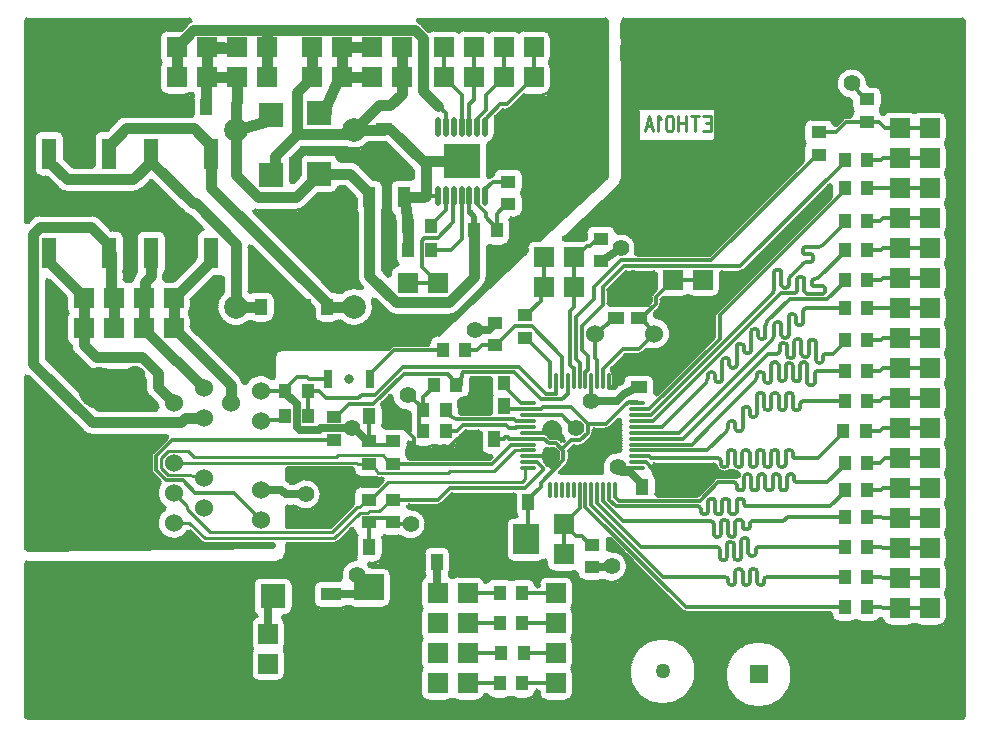
<source format=gbr>
*
*
G04 PADS 9.5 Build Number: 522968 generated Gerber (RS-274-X) file*
G04 PC Version=2.1*
*
%IN "ETH01.pcb"*%
*
%MOIN*%
*
%FSLAX35Y35*%
*
*
*
*
G04 PC Standard Apertures*
*
*
G04 Thermal Relief Aperture macro.*
%AMTER*
1,1,$1,0,0*
1,0,$1-$2,0,0*
21,0,$3,$4,0,0,45*
21,0,$3,$4,0,0,135*
%
*
*
G04 Annular Aperture macro.*
%AMANN*
1,1,$1,0,0*
1,0,$2,0,0*
%
*
*
G04 Odd Aperture macro.*
%AMODD*
1,1,$1,0,0*
1,0,$1-0.005,0,0*
%
*
*
G04 PC Custom Aperture Macros*
*
*
*
*
*
*
G04 PC Aperture Table*
*
%ADD011C,0.06*%
%ADD013C,0.23622*%
%ADD014C,0.05*%
%ADD017C,0.02*%
%ADD020C,0.012*%
%ADD021C,0.009*%
%ADD022C,0.055*%
%ADD024C,0.001*%
%ADD025C,0.01*%
%ADD031C,0.07*%
%ADD040R,0.06X0.06*%
%ADD045R,0.065X0.065*%
%ADD047C,0.025*%
%ADD050C,0.035*%
%ADD055C,0.07874*%
%ADD056C,0.14*%
%ADD057R,0.051X0.039*%
%ADD058R,0.039X0.056*%
%ADD059O,0.01299X0.05906*%
%ADD060O,0.05906X0.01299*%
%ADD061R,0.056X0.039*%
%ADD062O,0.018X0.065*%
%ADD063R,0.122X0.1182*%
%ADD064R,0.07874X0.08268*%
%ADD065R,0.043X0.07*%
%ADD066R,0.039X0.051*%
%ADD067R,0.1X0.085*%
%ADD068R,0.07X0.043*%
%ADD069R,0.08268X0.07874*%
%ADD070R,0.085X0.1*%
%ADD071R,0.0315X0.06299*%
%ADD072C,0.0315*%
%ADD073R,0.05118X0.10433*%
*
*
*
*
G04 PC Circuitry*
G04 Layer Name ETH01.pcb - circuitry*
%LPD*%
*
*
G04 PC Custom Flashes*
G04 Layer Name ETH01.pcb - flashes*
%LPD*%
*
*
G04 PC Circuitry*
G04 Layer Name ETH01.pcb - circuitry*
%LPD*%
*
G54D11*
G01X313455Y251588D03*
X333172D03*
X173000Y188500D03*
X183000Y193500D03*
X173000Y198500D03*
X183000Y203500D03*
X173000Y208500D03*
X202000Y189500D03*
Y199500D03*
X183000Y223500D03*
X173000Y228500D03*
X183000Y233500D03*
X192000Y228500D03*
X202000Y222500D03*
Y232500D03*
G54D13*
X420000Y340000D03*
Y140000D03*
X140000D03*
Y340000D03*
G54D14*
X336000Y139000D03*
G54D17*
X273200Y286000D02*
Y290600D01*
X271800Y292000*
G54D20*
X240000Y136000D02*
Y147000D01*
X271000Y135000D02*
X281700D01*
X289300D02*
X300500D01*
X227000Y145000D02*
Y153300D01*
X225500*
X238000Y147000D02*
X240000D01*
X238000*
X281700Y155000D02*
X271000D01*
X289300D02*
X300500D01*
X282200Y145000D02*
X271000D01*
X289800D02*
X300500D01*
X396700Y160500D02*
X343727D01*
X310298Y193929*
Y199477*
X425000Y160000D02*
X415000D01*
X409375*
X408875Y160500*
X404300*
X127500Y180800D02*
X128000D01*
Y182150*
Y189000*
X126000Y166000D02*
Y173200D01*
X127500*
Y180800D02*
Y182150D01*
X128000*
X127500Y180800D02*
X128000D01*
X134000Y166000D02*
Y173200D01*
X135000*
Y180800D02*
X136000D01*
Y187000*
X135000Y180800D02*
Y182150D01*
X128000*
X246467Y180500D02*
X245800D01*
X251850Y175500D02*
X253200D01*
X247000Y174000D02*
X246467D01*
Y180500*
X251000Y167000D02*
X251850Y173300D01*
Y175500*
X238200Y180500D02*
Y188700D01*
X238000*
X245800Y180500D02*
X246467D01*
X270500Y183000D02*
Y186000D01*
X281000*
X253200Y175500D02*
X251850D01*
X290500Y183000D02*
X291300D01*
Y195500*
X281700Y165000D02*
X271000D01*
X289300D02*
X300500D01*
X311801Y181201D02*
X312500D01*
Y181300*
X311801Y181201D02*
X309003Y184000D01*
X307197*
X303099Y188099*
X303000Y178000D02*
Y188000D01*
X354135Y180500D02*
X328818D01*
X314235Y195083*
Y199477*
X355035Y179600D02*
G75*
G03X354135Y180500I-900J0D01*
G01X355035Y177057D02*
Y179600D01*
Y177057D02*
G03X355935Y176157I900J-0D01*
G01X356535D02*
X355935D01*
X356535D02*
G03X357435Y177057I-0J900D01*
G01X358335Y182145D02*
G03X357435Y181245I-0J-900D01*
G01Y177057D02*
Y181245D01*
X358935Y182145D02*
X358335D01*
X359835Y181245D02*
G03X358935Y182145I-900J-0D01*
G01X359835Y177057D02*
Y181245D01*
Y177057D02*
G03X360735Y176157I900J-0D01*
G01X361335D02*
X360735D01*
X361335D02*
G03X362235Y177057I-0J900D01*
G01X363135Y183488D02*
G03X362235Y182588I-0J-900D01*
G01Y177057D02*
Y182588D01*
X363735Y183488D02*
X363135D01*
X364635Y182588D02*
G03X363735Y183488I-900J0D01*
G01X364635Y178412D02*
Y182588D01*
Y178412D02*
G03X365535Y177512I900J-0D01*
G01X366135D02*
X365535D01*
X366135D02*
G03X367035Y178412I-0J900D01*
G01X367935Y180500D02*
G03X367035Y179600I-0J-900D01*
G01Y178412D02*
Y179600D01*
X356963Y170500D02*
X336272D01*
X312266Y194506*
Y199477*
X357863Y169600D02*
G03X356963Y170500I-900J0D01*
G01X357863Y168783D02*
Y169600D01*
Y168783D02*
G03X358763Y167883I900J0D01*
G01X359363D02*
X358763D01*
X359363D02*
G03X360263Y168783I0J900D01*
G01X361163Y173117D02*
G03X360263Y172217I0J-900D01*
G01Y168783D02*
Y172217D01*
X361763Y173117D02*
X361163D01*
X362663Y172217D02*
G03X361763Y173117I-900J-0D01*
G01X362663Y168783D02*
Y172217D01*
Y168783D02*
G03X363563Y167883I900J0D01*
G01X364163D02*
X363563D01*
X364163D02*
G03X365063Y168783I0J900D01*
G01X365963Y173117D02*
G03X365063Y172217I0J-900D01*
G01Y168783D02*
Y172217D01*
X366563Y173117D02*
X365963D01*
X367463Y172217D02*
G03X366563Y173117I-900J-0D01*
G01X367463Y168783D02*
Y172217D01*
Y168783D02*
G03X368363Y167883I900J0D01*
G01X368963D02*
X368363D01*
X368963D02*
G03X369863Y168783I0J900D01*
G01X370763Y170500D02*
G03X369863Y169600I0J-900D01*
G01Y168783D02*
Y169600D01*
X396700Y180500D02*
X367935D01*
X396700Y170500D02*
X370763D01*
X425000Y170000D02*
X415000D01*
X409375*
X408875Y170500*
X404300*
X425000Y180000D02*
X415000D01*
X409375*
X408875Y180500*
X404300*
X202000Y189500D02*
X193000Y198500D01*
X180269*
X176069Y202700*
X170598*
X167200Y206098*
Y210902*
X172498Y216200*
X226500*
X252000Y188000D02*
X246000D01*
Y188700*
X238000D02*
Y190050D01*
X246000Y196300D02*
X261300D01*
X265000Y200000*
X290000*
X296000Y206000*
Y206883*
X294154Y208729*
X291203*
X246000Y188700D02*
Y190050D01*
X238000*
X283700Y195500D02*
Y195000D01*
X277000*
X291300Y195500D02*
Y196350D01*
X295400Y200450*
Y201814*
X302950Y209364*
Y212636*
X300586Y215000*
X298000*
X296397Y216603*
X291203*
X303099Y188099D02*
X308329Y193329D01*
Y199477*
X303000Y188099D02*
X303099D01*
X303000Y188000*
Y188099*
X303099*
X303000Y188000D02*
Y188099D01*
X348355Y195866D02*
X321448D01*
X320140Y197174*
Y199477*
X348355Y195866D02*
X354489Y202000D01*
X359800*
X352000Y196593D02*
X352600D01*
X352000D02*
G03X351100Y195693I0J-900D01*
G01Y192307D02*
Y195693D01*
X350200Y191407D02*
G03X351100Y192307I0J900D01*
G01X349600Y191407D02*
X350200D01*
X348700Y192307D02*
G03X349600Y191407I900J0D01*
G01X348700Y193100D02*
G03X347800Y194000I-900J0D01*
G01X348700Y192307D02*
Y193100D01*
X347800Y194000D02*
X320409D01*
X318172Y196237*
Y199477*
X337000Y200000D02*
X336800Y200200D01*
Y200500*
X337000Y200000D02*
Y200300D01*
X336800Y200500*
Y202303D02*
X330374Y208729D01*
X327424*
X336800Y202303D02*
Y202400D01*
X344000Y204000*
X336800Y200500D02*
Y202400D01*
X344000Y204000*
X371800Y199322D02*
G03X372700Y200222I0J900D01*
G01X371200Y199322D02*
X371800D01*
X370300Y200222D02*
G03X371200Y199322I900J0D01*
G01X370300Y200222D02*
Y203778D01*
X367900Y200222D02*
Y203778D01*
X367000Y199322D02*
G03X367900Y200222I0J900D01*
G01X366400Y199322D02*
X367000D01*
X365500Y200222D02*
G03X366400Y199322I900J0D01*
G01X365500Y200222D02*
Y203778D01*
X363100Y200222D02*
Y203778D01*
X362200Y199322D02*
G03X363100Y200222I0J900D01*
G01X361600Y199322D02*
X362200D01*
X360700Y200222D02*
G03X361600Y199322I900J0D01*
G01X360700Y201100D02*
G03X359800Y202000I-900J0D01*
G01X360700Y200222D02*
Y201100D01*
X364000Y194000D02*
X391800D01*
X396700Y198900*
Y199500*
X363100Y194900D02*
G03X364000Y194000I900J0D01*
G01X363100Y195693D02*
G03X362200Y196593I-900J-0D01*
G01X363100Y194900D02*
Y195693D01*
X361600Y196593D02*
X362200D01*
X361600D02*
G03X360700Y195693I0J-900D01*
G01Y192307D02*
Y195693D01*
X359800Y191407D02*
G03X360700Y192307I0J900D01*
G01X359200Y191407D02*
X359800D01*
X358300Y192307D02*
G03X359200Y191407I900J0D01*
G01X358300Y195693D02*
G03X357400Y196593I-900J-0D01*
G01X358300Y192307D02*
Y195693D01*
X356800Y196593D02*
X357400D01*
X356800D02*
G03X355900Y195693I0J-900D01*
G01Y192307D02*
Y195693D01*
X355000Y191407D02*
G03X355900Y192307I0J900D01*
G01X354400Y191407D02*
X355000D01*
X353500Y192307D02*
G03X354400Y191407I900J0D01*
G01X353500Y195693D02*
G03X352600Y196593I-900J-0D01*
G01X353500Y192307D02*
Y195693D01*
X352163Y189000D02*
X322864D01*
X316203Y195660*
Y199477*
X353063Y188100D02*
G03X352163Y189000I-900J0D01*
G01X353063Y184845D02*
Y188100D01*
Y184845D02*
G03X353963Y183945I900J-0D01*
G01X354563D02*
X353963D01*
X354563D02*
G03X355463Y184845I0J900D01*
G01X356363Y189607D02*
G03X355463Y188707I0J-900D01*
G01Y184845D02*
Y188707D01*
X356963Y189607D02*
X356363D01*
X357863Y188707D02*
G03X356963Y189607I-900J0D01*
G01X357863Y184845D02*
Y188707D01*
Y184845D02*
G03X358763Y183945I900J-0D01*
G01X359363D02*
X358763D01*
X359363D02*
G03X360263Y184845I0J900D01*
G01X361163Y189607D02*
G03X360263Y188707I0J-900D01*
G01Y184845D02*
Y188707D01*
X361763Y189607D02*
X361163D01*
X362663Y188707D02*
G03X361763Y189607I-900J0D01*
G01X362663Y187238D02*
Y188707D01*
Y187238D02*
G03X363563Y186338I900J-0D01*
G01X364163D02*
X363563D01*
X364163D02*
G03X365063Y187238I0J900D01*
G01X365963Y189000D02*
G03X365063Y188100I0J-900D01*
G01Y187238D02*
Y188100D01*
X365963Y189000D02*
X376181D01*
X377681Y190500*
X396700*
X380800Y202000D02*
X390800D01*
X396700Y207900*
Y208500*
X379900Y202900D02*
G03X380800Y202000I900J0D01*
G01X379900Y202900D02*
Y203778D01*
X377500Y200222D02*
Y203778D01*
X376600Y199322D02*
G03X377500Y200222I0J900D01*
G01X376000Y199322D02*
X376600D01*
X375100Y200222D02*
G03X376000Y199322I900J0D01*
G01X375100Y200222D02*
Y203778D01*
X372700Y200222D02*
Y203778D01*
X404300Y199500D02*
X408875D01*
X409375Y200000*
X415000*
X425000Y190000D02*
X415000D01*
X409375*
X408875Y190500*
X404300*
X425000Y200000D02*
X415000D01*
X202000Y222500D02*
Y222962D01*
X210200*
Y224000*
X245800Y222530D02*
Y224000D01*
X246000Y214450D02*
X238000D01*
Y215800*
X246000Y214450D02*
Y215800D01*
X238000D02*
Y219400D01*
X238200Y219600*
Y224000*
X253000Y212000D02*
Y216800D01*
X249000Y220800*
X245800Y222530*
X263000Y212000D02*
X267500Y216500D01*
X272200*
X263800Y219000D02*
X267601D01*
X269601Y221000*
X283880*
X256200Y219000D02*
X254850D01*
Y226000*
X256200*
X279000Y208000D02*
X250000D01*
Y208200*
X246000*
X279000Y208000D02*
X285635Y214635D01*
X291203*
X286986Y220000D02*
X284880D01*
X283880Y221000*
X286986Y220000D02*
X287000Y220014D01*
Y220490*
X287051Y220540*
X287051D02*
X291203D01*
X279800Y216500D02*
X283050D01*
X283550Y217000*
X284484*
X291203Y222509D02*
X287051D01*
X287051D02*
X286559Y223000D01*
X266997*
X263800Y224817*
Y226000*
X291203Y218572D02*
X297372D01*
X291203Y216603D02*
X284880D01*
X284484Y217000*
X291203Y210698D02*
X293506D01*
X291203Y218572D02*
X297372D01*
X299000Y220200*
X291203Y210698D02*
X293506D01*
X299000Y211000*
X306965Y219912D02*
X302400Y224477D01*
X291203*
X306965Y219912D02*
X307000Y220000D01*
X302586Y213000D02*
X305586Y216000D01*
X308586*
X311000Y218414*
Y221586*
X317212*
X323326Y227700*
X324958Y228684*
X302586Y213000D02*
X300586Y215000D01*
X298000*
X296397Y216603*
X291203*
X317212Y221586D02*
X311000D01*
X305586Y227000*
X317212Y221586D02*
X323326Y227700D01*
X324958Y228684*
X327424*
Y206761D02*
X325121D01*
X321000Y207000*
X327424Y212666D02*
X350975D01*
X357227Y218918*
X327424Y214635D02*
X345674D01*
X352067Y221028*
X352131*
X358524Y227422*
Y227485*
X366827Y235788*
X327424Y216603D02*
X342694D01*
X371041Y244951*
X374200*
X327424Y218572D02*
X341580D01*
X372608Y249600*
X327424Y220540D02*
X335762D01*
X350464Y235242*
X327424Y222509D02*
X332832D01*
X375477Y265154*
X379981*
X344000Y204000D02*
X349000D01*
X350000Y205000*
X357227Y218918D02*
G03X357863Y220454I-1537J1536D01*
G01X358763Y222410D02*
G03X357863Y221510I0J-900D01*
G01Y220454D02*
Y221510D01*
X359363Y222410D02*
X358763D01*
X360263Y221510D02*
G03X359363Y222410I-900J-0D01*
G01X360263Y219999D02*
Y221510D01*
Y219999D02*
G03X361163Y219099I900J-0D01*
G01X361763D02*
X361163D01*
X361763D02*
G03X362663Y219999I0J900D01*
G01Y226310*
X354500Y210000D02*
X332274D01*
X331576Y210698*
X327424*
X355400Y209100D02*
G03X354500Y210000I-900J0D01*
G01X355400Y208088D02*
Y209100D01*
Y208088D02*
G03X356300Y207188I900J0D01*
G01X356900D02*
X356300D01*
X356900D02*
G03X357800Y208088I0J900D01*
G01X358700Y212812D02*
G03X357800Y211912I0J-900D01*
G01Y208088D02*
Y211912D01*
X359300Y212812D02*
X358700D01*
X360200Y211912D02*
G03X359300Y212812I-900J-0D01*
G01X360200Y208088D02*
Y211912D01*
Y208088D02*
G03X361100Y207188I900J0D01*
G01X361700D02*
X361100D01*
X361700D02*
G03X362600Y208088I0J900D01*
G01X363500Y212812D02*
G03X362600Y211912I0J-900D01*
G01Y208088D02*
Y211912D01*
X364100Y212812D02*
X363500D01*
X365000Y211912D02*
G03X364100Y212812I-900J-0D01*
G01X365000Y208088D02*
Y211912D01*
Y208088D02*
G03X365900Y207188I900J0D01*
G01X366500D02*
X365900D01*
X366500D02*
G03X367400Y208088I0J900D01*
G01X368300Y212812D02*
G03X367400Y211912I0J-900D01*
G01Y208088D02*
Y211912D01*
X368900Y212812D02*
X368300D01*
X369800Y211912D02*
G03X368900Y212812I-900J-0D01*
G01X369800Y208088D02*
Y211912D01*
Y208088D02*
G03X370700Y207188I900J0D01*
G01X371300D02*
X370700D01*
X371300D02*
G03X372200Y208088I0J900D01*
G01X370300Y203778D02*
G03X369400Y204678I-900J-0D01*
G01X368800D02*
X369400D01*
X368800D02*
G03X367900Y203778I0J-900D01*
G01X365500D02*
G03X364600Y204678I-900J-0D01*
G01X364000D02*
X364600D01*
X364000D02*
G03X363100Y203778I0J-900D01*
G01X373100Y212812D02*
G03X372200Y211912I0J-900D01*
G01Y208088D02*
Y211912D01*
X373700Y212812D02*
X373100D01*
X374600Y211912D02*
G03X373700Y212812I-900J-0D01*
G01X374600Y208088D02*
Y211912D01*
Y208088D02*
G03X375500Y207188I900J0D01*
G01X376100D02*
X375500D01*
X376100D02*
G03X377000Y208088I0J900D01*
G01X377900Y212812D02*
G03X377000Y211912I0J-900D01*
G01Y208088D02*
Y211912D01*
X378500Y212812D02*
X377900D01*
X379400Y211912D02*
G03X378500Y212812I-900J-0D01*
G01X379400Y210900D02*
Y211912D01*
X380300Y210000D02*
X387800D01*
X396200Y218400*
Y219000*
X379400Y210900D02*
G03X380300Y210000I900J0D01*
G01X379900Y203778D02*
G03X379000Y204678I-900J-0D01*
G01X378400D02*
X379000D01*
X378400D02*
G03X377500Y203778I0J-900D01*
G01X375100D02*
G03X374200Y204678I-900J-0D01*
G01X373600D02*
X374200D01*
X373600D02*
G03X372700Y203778I0J-900D01*
G01X404300Y208500D02*
X408500D01*
X410000Y210000*
X415000*
X403800Y219000D02*
X408375D01*
X409375Y220000*
X415000*
X425000Y210000D02*
X415000D01*
X425000Y220000D02*
X415000D01*
X210200Y233100D02*
X214100Y237000D01*
X217619*
X210200Y232500D02*
X202000D01*
X217800Y224000D02*
Y232500D01*
X224413Y236500D02*
X218119D01*
X217619Y237000*
X226500Y223800D02*
X227100D01*
X231400Y228100*
X239600*
X249750Y238250*
X234527Y230083D02*
X223887D01*
X221471Y232500*
X217800*
X234527Y230083D02*
X235755Y231312D01*
X240205*
X249444Y240550*
X249444D02*
X287988D01*
X238587Y236500D02*
Y238075D01*
X246512Y246000*
X262700*
X251000Y231000D02*
X256200Y226881D01*
Y230400*
X259700Y233900*
Y234500*
X270000Y228000D02*
X275700D01*
Y235000*
X256200Y226000D02*
Y226881D01*
X251000Y231000*
X267300Y234500D02*
X268650D01*
Y236450*
X269500Y238750*
X267300Y234500D02*
Y234650D01*
X264600Y238250*
X249750*
X291203Y228414D02*
X288930D01*
X283122Y234222*
Y235000*
X283300*
X291203Y226446D02*
X283300D01*
Y227500*
X291203Y226446D02*
X295446D01*
X296000Y227000*
X305586*
X300455Y231545D02*
X296993D01*
X287988Y240550*
X300455Y231545D02*
Y235698D01*
X295519Y229745D02*
X302592D01*
X304392Y231545*
Y235698*
X295519Y229745D02*
X286514Y238750D01*
X269500*
X312000Y229000D02*
X312266Y233395D01*
Y235698*
X310298D02*
Y238700D01*
X311000Y239402*
Y244000*
X309000Y246000*
Y254173*
X316000Y261173*
Y267000*
X323000Y274000*
X361800*
X396700Y308900*
Y309500*
X308329Y235698D02*
Y241671D01*
X307000Y243000*
Y257000*
X313000Y263000*
Y267000*
X322000Y276000*
X352200*
X387400Y311200*
X388000*
X306361Y235698D02*
Y240000D01*
X306000*
X305000Y241000*
Y259125*
X306500Y260625*
Y267000*
X302424Y235698D02*
Y243973D01*
X292397Y254000*
X298487Y235698D02*
Y242313D01*
X290600Y250200*
X290000*
X320140Y233395D02*
X318172D01*
Y235698*
X320140Y233395D02*
Y235698D01*
X327424Y224477D02*
X332204D01*
X372608Y264881*
X327424Y226446D02*
X331576D01*
X355000Y249869*
Y257700*
X396700Y299400*
Y300000*
X327424Y228414D02*
Y228684D01*
X324958*
X327424Y228414D02*
Y228684D01*
X320140Y235698D02*
Y238001D01*
X323439Y241300*
X328000*
X316203Y235698D02*
Y239851D01*
X316203D02*
X322887Y246534D01*
X328118*
X333172Y251588*
X314235Y235698D02*
Y242765D01*
X313455Y243545*
Y251588*
X350464Y235242D02*
G03X351100Y236778I-1537J1536D01*
G01X352000Y238709D02*
G03X351100Y237809I0J-900D01*
G01Y236778D02*
Y237809D01*
X335000Y241000D02*
X328000D01*
Y241300*
X352600Y238709D02*
X352000D01*
X353500Y237809D02*
G03X352600Y238709I-900J-0D01*
G01X353500Y236347D02*
Y237809D01*
Y236347D02*
G03X354400Y235447I900J0D01*
G01X355000D02*
X354400D01*
X355000D02*
G03X355900Y236347I0J900D01*
G01X356800Y243509D02*
G03X355900Y242609I0J-900D01*
G01Y236347D02*
Y242609D01*
X358300D02*
G03X357400Y243509I-900J-0D01*
G01X358300Y241147D02*
Y242609D01*
Y241147D02*
G03X359200Y240247I900J0D01*
G01X359800D02*
X359200D01*
X359800D02*
G03X360700Y241147I0J900D01*
G01Y247409*
X366827Y235788D02*
G03X367463Y237324I-1537J1536D01*
G01X368363Y238821D02*
G03X367463Y237921I0J-900D01*
G01Y237324D02*
Y237921D01*
X368963Y238821D02*
X368363D01*
X369863Y237921D02*
G03X368963Y238821I-900J-0D01*
G01X369863Y236121D02*
Y237921D01*
Y236121D02*
G03X370763Y235221I900J-0D01*
G01X371363D02*
X370763D01*
X371363D02*
G03X372263Y236121I0J900D01*
G01X363563Y227210D02*
G03X362663Y226310I0J-900D01*
G01X364163Y227210D02*
X363563D01*
X365063Y226310D02*
G03X364163Y227210I-900J-0D01*
G01X365063Y224799D02*
Y226310D01*
Y224799D02*
G03X365963Y223899I900J-0D01*
G01X366563D02*
X365963D01*
X366563D02*
G03X367463Y224799I0J900D01*
G01X368363Y231855D02*
G03X367463Y230955I0J-900D01*
G01Y224799D02*
Y230955D01*
X368963Y231855D02*
X368363D01*
X369863Y230955D02*
G03X368963Y231855I-900J0D01*
G01X369863Y227045D02*
Y230955D01*
Y227045D02*
G03X370763Y226145I900J-0D01*
G01X371363D02*
X370763D01*
X371363D02*
G03X372263Y227045I0J900D01*
G01X387100Y242851D02*
Y248682D01*
Y242851D02*
G03X388000Y241951I900J-0D01*
G01X388600D02*
X388000D01*
X388600D02*
G03X389500Y242851I0J900D01*
G01Y244051*
X373163Y242000D02*
G03X372263Y241100I0J-900D01*
G01Y236121D02*
Y241100D01*
X373763Y242000D02*
X373163D01*
X374663Y241100D02*
G03X373763Y242000I-900J0D01*
G01X374663Y236818D02*
Y241100D01*
Y236818D02*
G03X375563Y235918I900J0D01*
G01X376163D02*
X375563D01*
X376163D02*
G03X377063Y236818I0J900D01*
G01X377963Y241700D02*
G03X377063Y240800I0J-900D01*
G01Y236818D02*
Y240800D01*
X378563Y241700D02*
X377963D01*
X379463Y240800D02*
G03X378563Y241700I-900J0D01*
G01X379463Y236600D02*
Y240800D01*
Y236600D02*
G03X380363Y235700I900J0D01*
G01X380963D02*
X380363D01*
X380963D02*
G03X381863Y236600I0J900D01*
G01X382763Y242000D02*
G03X381863Y241100I0J-900D01*
G01Y236600D02*
Y241100D01*
X383363Y242000D02*
X382763D01*
X384263Y241100D02*
G03X383363Y242000I-900J0D01*
G01X384263Y235269D02*
Y241100D01*
Y235269D02*
G03X385163Y234369I900J0D01*
G01X385763D02*
X385163D01*
X385763D02*
G03X386663Y235269I0J900D01*
G01X387563Y239000D02*
G03X386663Y238100I0J-900D01*
G01Y235269D02*
Y238100D01*
X373163Y231855D02*
G03X372263Y230955I0J-900D01*
G01Y227045D02*
Y230955D01*
X373763Y231855D02*
X373163D01*
X374663Y230955D02*
G03X373763Y231855I-900J0D01*
G01X374663Y227045D02*
Y230955D01*
Y227045D02*
G03X375563Y226145I900J-0D01*
G01X376163D02*
X375563D01*
X376163D02*
G03X377063Y227045I0J900D01*
G01X377963Y231855D02*
G03X377063Y230955I0J-900D01*
G01Y227045D02*
Y230955D01*
X378563Y231855D02*
X377963D01*
X379463Y230955D02*
G03X378563Y231855I-900J0D01*
G01X379463Y227045D02*
Y230955D01*
Y227045D02*
G03X380363Y226145I900J-0D01*
G01X380963D02*
X380363D01*
X380963D02*
G03X381863Y227045I0J900D01*
G01X382763Y229000D02*
G03X381863Y228100I0J-900D01*
G01Y227045D02*
Y228100D01*
X404300Y229000D02*
X408625D01*
X409625Y230000*
X415000*
X396700Y229000D02*
X382763D01*
X404300Y239000D02*
X408625D01*
X409625Y240000*
X415000*
X396700Y239000D02*
X387563D01*
X425000Y230000D02*
X415000D01*
X425000Y240000D02*
X415000D01*
X207000Y251000D02*
Y252000D01*
X210000Y255000*
Y256000*
X209800Y256200*
Y260500*
X207000Y251000D02*
Y252000D01*
X210000Y255000*
Y256000*
X209800Y256200*
Y258300*
X216700*
Y260500*
X217000*
Y252000D02*
Y260500D01*
X216700*
X270300Y246000D02*
X274000D01*
X275700Y247700*
X280000*
X290000Y257800D02*
X290600D01*
X295350Y262550*
Y267000*
X296500*
X280000Y247700D02*
X280600D01*
X286900Y254000*
X292397*
X328000Y256700D02*
X328850D01*
X333701Y261551*
Y263701*
X339500Y269500*
X313455Y251588D02*
X320038Y256700D01*
X320500*
X333172Y251588D02*
X329134Y256700D01*
X328000*
X357400Y243509D02*
X356800D01*
X361600Y248309D02*
G03X360700Y247409I0J-900D01*
G01X362200Y248309D02*
X361600D01*
X363100Y247409D02*
G03X362200Y248309I-900J-0D01*
G01X363100Y245947D02*
Y247409D01*
Y245947D02*
G03X364000Y245047I900J0D01*
G01X364600D02*
X364000D01*
X364600D02*
G03X365500Y245947I0J900D01*
G01X366400Y253109D02*
G03X365500Y252209I0J-900D01*
G01Y245947D02*
Y252209D01*
X367000Y253109D02*
X366400D01*
X367900Y252209D02*
G03X367000Y253109I-900J-0D01*
G01X367900Y250747D02*
Y252209D01*
Y250747D02*
G03X368800Y249847I900J0D01*
G01X369400D02*
X368800D01*
X369400D02*
G03X370300Y250747I0J900D01*
G01X370936Y255714D02*
G03X370300Y254178I1537J-1536D01*
G01Y250747D02*
Y254178D01*
X370936Y255714D02*
X378391Y263169D01*
X390969*
X396700Y268900*
Y269500*
X372608Y249600D02*
G03X373244Y251136I-1537J1536D01*
G01X374144Y255477D02*
G03X373244Y254577I0J-900D01*
G01Y251136D02*
Y254577D01*
X374744Y255477D02*
X374144D01*
X375644Y254577D02*
G03X374744Y255477I-900J-0D01*
G01X375644Y251174D02*
Y254577D01*
Y251174D02*
G03X376544Y250274I900J-0D01*
G01X377144D02*
X376544D01*
X377144D02*
G03X378044Y251174I0J900D01*
G01X378944Y258036D02*
G03X378044Y257136I0J-900D01*
G01Y251174D02*
Y257136D01*
X379544Y258036D02*
X378944D01*
X380444Y257136D02*
G03X379544Y258036I-900J0D01*
G01X380444Y255336D02*
Y257136D01*
Y255336D02*
G03X381344Y254436I900J0D01*
G01X381944D02*
X381344D01*
X381944D02*
G03X382844Y255336I0J900D01*
G01X383744Y260000D02*
G03X382844Y259100I0J-900D01*
G01Y255336D02*
Y259100D01*
X374200Y244951D02*
G03X375100Y245851I0J900D01*
G01X376000Y248474D02*
G03X375100Y247574I0J-900D01*
G01Y245851D02*
Y247574D01*
X376600Y248474D02*
X376000D01*
X377500Y247574D02*
G03X376600Y248474I-900J-0D01*
G01X377500Y244400D02*
Y247574D01*
Y244400D02*
G03X378400Y243500I900J0D01*
G01X379000D02*
X378400D01*
X379000D02*
G03X379900Y244400I0J900D01*
G01X380800Y249800D02*
G03X379900Y248900I0J-900D01*
G01Y244400D02*
Y248900D01*
X381400Y249800D02*
X380800D01*
X382300Y248900D02*
G03X381400Y249800I-900J0D01*
G01X382300Y244700D02*
Y248900D01*
Y244700D02*
G03X383200Y243800I900J0D01*
G01X383800D02*
X383200D01*
X383800D02*
G03X384700Y244700I0J900D01*
G01X385600Y249582D02*
G03X384700Y248682I0J-900D01*
G01Y244700D02*
Y248682D01*
X386200Y249582D02*
X385600D01*
X387100Y248682D02*
G03X386200Y249582I-900J-0D01*
G01X390400Y244951D02*
G03X389500Y244051I0J-900D01*
G01X390400Y244951D02*
X392751D01*
X396700Y248900*
Y249500*
X404300D02*
X408875D01*
X409375Y250000*
X415000*
X396700Y260000D02*
X383744D01*
X425000Y250000D02*
X415000D01*
X425000Y260000D02*
X415000D01*
X404300*
X258800Y279500D02*
X265500D01*
X269000Y283000*
Y297400*
X251000Y268500D02*
X261000D01*
X255650Y273850*
Y282547*
X256603Y283500*
X260997*
X266200Y288703*
Y297400*
X266400*
X306500Y276701D02*
X306799D01*
X310897Y280800*
X311803*
X314601Y283599*
X306500Y276701D02*
Y277000D01*
X296500Y267000D02*
Y277000D01*
X306500Y267000D02*
Y277000D01*
X320500Y264300D02*
X321676D01*
X326000Y270000*
X315500Y283300D02*
Y283599D01*
X314601*
X349500Y269500D02*
X339500D01*
X372608Y264881D02*
G03X373244Y266417I-1537J1536D01*
G01X374144Y272954D02*
G03X373244Y272054I0J-900D01*
G01Y266417D02*
Y272054D01*
X374744Y272954D02*
X374144D01*
X375644Y272054D02*
G03X374744Y272954I-900J-0D01*
G01X375644Y267854D02*
Y272054D01*
Y267854D02*
G03X376544Y266954I900J-0D01*
G01X377144D02*
X376544D01*
X377144D02*
G03X378044Y267854I0J900D01*
G01X378681Y270954D02*
G03X378044Y269417I1536J-1537D01*
G01Y267854D02*
Y269417D01*
X384209Y275582D02*
G03X382672Y274945I-0J-2173D01*
G01X378681Y270954D02*
X382672Y274945D01*
X385409Y275582D02*
X384209D01*
X385409D02*
G03X386309Y276482I-0J900D01*
G01Y277082D02*
G03X385409Y277982I-900J-0D01*
G01X386309Y276482D02*
Y277082D01*
X383609Y277982D02*
X385409D01*
X382709Y278882D02*
G03X383609Y277982I900J-0D01*
G01Y280382D02*
G03X382709Y279482I-0J-900D01*
G01Y278882D02*
Y279482D01*
X387782Y280382D02*
X383609D01*
X387782D02*
G03X389318Y281018I-0J2172D01*
G01X396700Y288400*
Y289000*
X379981Y265154D02*
G03X380881Y266054I-0J900D01*
G01X381781Y270607D02*
G03X380881Y269707I-0J-900D01*
G01Y266054D02*
Y269707D01*
X382381Y270607D02*
X381781D01*
X383281Y269707D02*
G03X382381Y270607I-900J0D01*
G01X383281Y265869D02*
Y269707D01*
Y265869D02*
G03X384181Y264969I900J-0D01*
G01X389323D02*
X384181D01*
X389323D02*
G03X390223Y265869I0J900D01*
G01Y266469D02*
G03X389323Y267369I-900J-0D01*
G01X390223Y265869D02*
Y266469D01*
X386581Y267369D02*
X389323D01*
X385681Y268269D02*
G03X386581Y267369I900J-0D01*
G01Y269769D02*
G03X385681Y268869I-0J-900D01*
G01Y268269D02*
Y268869D01*
X386669Y269769D02*
X386581D01*
X386669D02*
G03X388205Y270405I-0J2173D01*
G01X396700Y278900*
Y279500*
X404300Y269500D02*
X408875D01*
X409375Y270000*
X415000*
X404300Y279500D02*
X408875D01*
X409375Y280000*
X415000*
X425000Y270000D02*
X415000D01*
X425000Y280000D02*
X415000D01*
X257000Y297400D02*
X261200D01*
X271800Y292000D02*
X271600Y291800D01*
Y297400*
X258800Y287500D02*
Y287950D01*
X263800Y292950*
Y297400*
X261200D02*
X257000D01*
X280800Y286000D02*
Y286600D01*
X277000Y290400*
Y291880*
X274015Y294865*
Y297400*
X274200*
X280800Y286000D02*
Y291600D01*
X283900Y294700*
X284500*
X276800Y297400D02*
Y299750D01*
X279350Y302300*
X284500*
X404300Y289000D02*
X408625D01*
X409625Y290000*
X415000*
X404300Y300000D02*
X415000D01*
Y290000D02*
X425000D01*
Y300000D02*
X415000D01*
X246000Y306000D02*
X244977Y312200D01*
X243000*
X271600Y320600D02*
Y328100D01*
X273000Y329500*
Y337000*
X269000Y320600D02*
Y331000D01*
X263000Y337000*
X263800Y320600D02*
Y325100D01*
X261300Y327600*
X261100*
X276800Y320600D02*
Y322950D01*
X281850Y328000*
X284000*
X293000Y337000*
X274200Y320600D02*
X274015D01*
Y323135*
X277000Y326120*
Y331000*
X283000Y337000*
X388000Y318800D02*
X393800D01*
X397200Y322200*
X404000*
X404300Y309500D02*
X408875D01*
X409375Y310000*
X415000*
X425000*
Y320000D02*
X415000D01*
X410000*
X409000Y321000*
Y321200*
X408000Y322200*
X404000*
X165000Y327000D02*
X176200D01*
X263000Y337000D02*
Y347000D01*
X283000Y337000D02*
Y347000D01*
X273000Y337000D02*
Y347000D01*
X293000Y337000D02*
Y347000D01*
X404000Y329800D02*
X403119D01*
X399000Y335000*
G54D21*
X234200Y170800D02*
X234000D01*
Y171000*
X238000Y167000D02*
Y170800D01*
X234200*
G54D22*
X174600Y138600D03*
X240000Y136000D03*
X167800Y156400D03*
X227000Y145000D03*
X328800Y159000D03*
X126000Y166000D03*
X134000D03*
X247000Y174000D03*
X251000Y167000D03*
X234000Y171000D03*
X319000Y174000D03*
X128000Y189000D03*
X133600Y202800D03*
X136000Y187000D03*
X157500Y196600D03*
X228100Y200700D03*
X217000Y198000D03*
X252000Y188000D03*
X281000Y186000D03*
X277000Y195000D03*
X130200Y221200D03*
X142500Y203800D03*
X154400Y208900D03*
X232500Y220200D03*
X253000Y212000D03*
X263000D03*
X307300Y208000D03*
X299000Y220200D03*
Y211000D03*
X307000Y220000D03*
X321000Y207000D03*
X344000Y204000D03*
X251000Y231000D03*
X270000Y228000D03*
X312000Y229000D03*
X335000Y241000D03*
X207000Y251000D03*
X217000Y252000D03*
X252800Y252300D03*
X273500Y252800D03*
X344600Y256700D03*
X228500Y274800D03*
X218300Y279300D03*
X282500Y274800D03*
X326000Y270000D03*
X322000Y280000D03*
X207700Y289900D03*
X224400Y292600D03*
X295500Y292200D03*
X329300Y296700D03*
X348700Y298700D03*
X140800Y313100D03*
X246000Y306000D03*
X290300Y319200D03*
X302600Y321600D03*
X296600Y307400D03*
X365800Y317500D03*
X165000Y327000D03*
X311200Y327400D03*
X399000Y335000D03*
X307000Y349000D03*
X331000Y353000D03*
X354200Y344800D03*
G54D24*
G54D25*
X352000Y324250D02*
Y319000D01*
Y324250D02*
X349636D01*
X352000Y321750D02*
X350545D01*
X352000Y319000D02*
X349636D01*
X346727Y324250D02*
Y319000D01*
X348000Y324250D02*
X345455D01*
X343818D02*
Y319000D01*
X341273Y324250D02*
Y319000D01*
X343818Y321750D02*
X341273D01*
X338545Y324250D02*
X339091Y324000D01*
X339455Y323250*
X339636Y322000*
Y321250*
X339455Y320000*
X339091Y319250*
X338545Y319000*
X338182*
X337636Y319250*
X337273Y320000*
X337091Y321250*
Y322000*
X337273Y323250*
X337636Y324000*
X338182Y324250*
X338545*
X335455Y323250D02*
X335091Y323500D01*
X334545Y324250*
Y319000*
X331455Y324250D02*
X332909Y319000D01*
X331455Y324250D02*
X330000Y319000D01*
X332364Y320750D02*
X330545D01*
X226644Y183400D02*
X183337D01*
X178237Y188500*
X173000*
X226644Y183400D02*
X235044Y191800D01*
X236550*
X225816Y185400D02*
X185302D01*
X177400Y193302*
Y194100*
X173000Y198500*
X225816Y185400D02*
X234216Y193800D01*
X234900*
X237400Y196300*
X238000*
X237600Y191750D02*
X236600D01*
X236550Y191800*
X237600Y191750D02*
X238350Y192500D01*
X241600*
X245400Y196300*
X246000*
X238000D02*
X238600D01*
X244600Y202300*
X289200*
X290200Y203300*
Y206761*
X291203*
X173000Y208500D02*
X177100D01*
X177200Y208600*
X233950*
X183000Y203500D02*
X178102Y204400D01*
X171302*
X168900Y206802*
Y210198*
X171302Y212600*
X173000*
X227147Y210600D02*
X179908D01*
X177908Y212600*
X173000*
X227147Y210600D02*
X227797Y211250D01*
X238000*
X246000Y205150D02*
X264350D01*
X265100Y205900*
X279900*
X286666Y212666*
X291203*
X246000Y205150D02*
X241006D01*
X239184Y208200*
X238000*
X234350*
X233950Y208600*
X246000Y208200D02*
X245083D01*
X242700Y211250*
X238000*
X379130Y138000D02*
G03X379130I-11130J0D01*
G01X347130Y139000D02*
G03X347130I-11130J0D01*
G01X206500Y180949D02*
Y181300D01*
G03X206000Y181800I-500J-0*
G01X183337*
X182205Y182269D02*
G03X183337Y181800I1132J1131D01*
G01X182205Y182269D02*
X178575Y185898D01*
G03X177787Y185791I-353J-353*
G01X169960Y193083D02*
G03X177787Y185791I3040J-4583D01*
G01X169960Y193083D02*
G03Y193917I-277J417D01*
G01X168556Y201740D02*
G03X169960Y193917I4444J-3240D01*
G01X168556Y201740D02*
G03X168505Y202388I-404J295D01*
G01X165998Y204895*
X165500Y206098D02*
G03X165998Y204895I1700J-0D01*
G01X165500Y206098D02*
Y210902D01*
X165998Y212105D02*
G03X165500Y210902I1202J-1203D01*
G01X165998Y212105D02*
X170790Y216896D01*
G03X170436Y217750I-354J354*
G01X145853*
X142848Y218995D02*
G03X145853Y217750I3005J3005D01*
G01X142848Y218995D02*
X124354Y237489D01*
G03X123500Y237135I-354J-354*
G01Y180023*
G03X124006Y179523I500J-0*
G01X206006Y180450*
G03X206500Y180949I-6J499*
G01X317500Y304301D02*
Y356000D01*
G03X317000Y356500I-500J-0*
G01X254670*
G03X254480Y355537I-0J-500*
G01X255415Y354915D02*
G03X254480Y355537I-2015J-2015D01*
G01X255415Y354915D02*
X257858Y352472D01*
G03X258468Y352396I354J354*
G01X259750Y352750D02*
G03X258468Y352396I0J-2500D01*
G01X259750Y352750D02*
X266250D01*
X267708Y352281D02*
G03X266250Y352750I-1458J-2031D01*
G01X267708Y352281D02*
G03X268292I292J406D01*
G01X269750Y352750D02*
G03X268292Y352281I0J-2500D01*
G01X269750Y352750D02*
X276250D01*
X277708Y352281D02*
G03X276250Y352750I-1458J-2031D01*
G01X277708Y352281D02*
G03X278292I292J406D01*
G01X279750Y352750D02*
G03X278292Y352281I0J-2500D01*
G01X279750Y352750D02*
X286250D01*
X287708Y352281D02*
G03X286250Y352750I-1458J-2031D01*
G01X287708Y352281D02*
G03X288292I292J406D01*
G01X289750Y352750D02*
G03X288292Y352281I0J-2500D01*
G01X289750Y352750D02*
X296250D01*
X298750Y350250D02*
G03X296250Y352750I-2500J0D01*
G01X298750Y350250D02*
Y343750D01*
X298281Y342292D02*
G03X298750Y343750I-2031J1458D01*
G01X298281Y342292D02*
G03Y341708I406J-292D01*
G01X298750Y340250D02*
G03X298281Y341708I-2500J0D01*
G01X298750Y340250D02*
Y333750D01*
X296250Y331250D02*
G03X298750Y333750I0J2500D01*
G01X296250Y331250D02*
X289861D01*
G03X289508Y331104I0J-500*
G01X285202Y326798*
X284000Y326300D02*
G03X285202Y326798I0J1700D01*
G01X284000Y326300D02*
X282761D01*
G03X282408Y326154I0J-500*
G01X280279Y324025*
G03X280141Y323579I354J-354*
G01X280200Y322950D02*
G03X280141Y323579I-3400J0D01*
G01X280200Y322950D02*
Y318250D01*
X277933Y315044D02*
G03X280200Y318250I-1133J3206D01*
G01X277933Y315044D02*
G03X277600Y314573I167J-471D01*
G01Y304110*
G03X278384Y303699I500J0*
G01X279047Y303973D02*
G03X278384Y303699I303J-1673D01*
G01X279047Y303973D02*
G03X279456Y304429I-89J492D01*
G01X281950Y306750D02*
G03X279456Y304429I0J-2500D01*
G01X281950Y306750D02*
X287050D01*
X289550Y304250D02*
G03X287050Y306750I-2500J0D01*
G01X289550Y304250D02*
Y300350D01*
X289018Y298808D02*
G03X289550Y300350I-1968J1542D01*
G01X289018Y298808D02*
G03Y298192I394J-308D01*
G01X289550Y296650D02*
G03X289018Y298192I-2500J0D01*
G01X289550Y296650D02*
Y292750D01*
X287050Y290250D02*
G03X289550Y292750I0J2500D01*
G01X287050Y290250D02*
X285500D01*
G03X285041Y289550I-0J-500*
G01X285250Y288550D02*
G03X285041Y289550I-2500J0D01*
G01X285250Y288550D02*
Y283450D01*
X282750Y280950D02*
G03X285250Y283450I0J2500D01*
G01X282750Y280950D02*
X278850D01*
X278100Y281065D02*
G03X278850Y280950I750J2385D01*
G01X278100Y281065D02*
G03X277450Y280588I-150J-477D01*
G01Y270452*
X276205Y267447D02*
G03X277450Y270452I-3005J3005D01*
G01X276205Y267447D02*
X267753Y258995D01*
X264748Y257750D02*
G03X267753Y258995I-0J4250D01*
G01X264748Y257750D02*
X247252D01*
X244247Y258995D02*
G03X247252Y257750I3005J3005D01*
G01X244247Y258995D02*
X240065Y263177D01*
G03X239241Y262654I-353J-354*
G01X228670Y255884D02*
G03X239241Y262654I4515J4588D01*
G01X228670Y255884D02*
G03X227974Y255890I-351J-356D01*
G01X226250Y255200D02*
G03X227974Y255890I0J2500D01*
G01X226250Y255200D02*
X222350D01*
X219850Y257700D02*
G03X222350Y255200I2500J0D01*
G01X219850Y257700D02*
Y259659D01*
G03X219704Y260013I-500J0*
G01X198919Y280798*
G03X198065Y280444I-354J-354*
G01Y265782*
G03X198846Y265368I500J0*
G01X200250Y265800D02*
G03X198846Y265368I0J-2500D01*
G01X200250Y265800D02*
X204150D01*
X206650Y263300D02*
G03X204150Y265800I-2500J0D01*
G01X206650Y263300D02*
Y257700D01*
X204150Y255200D02*
G03X206650Y257700I0J2500D01*
G01X204150Y255200D02*
X200250D01*
X198744Y255704D02*
G03X200250Y255200I1506J1996D01*
G01X198744Y255704D02*
G03X198110Y255678I-301J-399D01*
G01X189407Y265164D02*
G03X198110Y255678I4408J-4692D01*
G01X189407Y265164D02*
G03X189565Y265528I-342J364D01*
G01Y270323*
G03X188897Y270794I-500J0*
G01X188059Y270650D02*
G03X188897Y270794I0J2500D01*
G01X188059Y270650D02*
X186543D01*
G03X186190Y270503I0J-500*
G01X178896Y263210*
G03X178750Y262856I354J-354*
G01Y260250*
X178281Y258792D02*
G03X178750Y260250I-2031J1458D01*
G01X178281Y258792D02*
G03Y258208I406J-292D01*
G01X178750Y256750D02*
G03X178281Y258208I-2500J0D01*
G01X178750Y256750D02*
Y253968D01*
G03X178896Y253614I500J-0*
G01X195005Y237505*
X196192Y235201D02*
G03X195005Y237505I-4192J-701D01*
G01X196192Y235201D02*
G03X197128Y235052I493J83D01*
G01X205639Y236624D02*
G03X197128Y235052I-3639J-4124D01*
G01X205639Y236624D02*
G03X206350Y236674I331J375D01*
G01X206375Y236704D02*
G03X206350Y236674I1875J-1654D01*
G01X206375Y236704D02*
G03X206500Y237034I-375J330D01*
G01Y243500*
X209500Y246500D02*
G03X206500Y243500I0J-3000D01*
G01X209500Y246500D02*
X244401D01*
G03X244754Y246646I-0J500*
G01X245310Y247202*
X246512Y247700D02*
G03X245310Y247202I-0J-1700D01*
G01X246512Y247700D02*
X257096D01*
G03X257438Y247835I-0J500*
G01X258104Y248459*
G03X258260Y248779I-341J365*
G01X260685Y251049D02*
G03X258260Y248779I65J-2499D01*
G01X260685Y251049D02*
G03X261014Y251184I-13J500D01*
G01X290592Y278884*
G03X290750Y279249I-342J365*
G01Y280250*
X293250Y282750D02*
G03X290750Y280250I0J-2500D01*
G01X293250Y282750D02*
X294522D01*
G03X294864Y282885I0J500*
G01X317342Y303936*
G03X317500Y304301I-342J365*
G01X182312Y286002D02*
G03X182539Y286840I-126J484D01*
G01X178618Y290761*
G03X178392Y290891I-353J-354*
G01X176471Y291995D02*
G03X178392Y290891I3005J3005D01*
G01X176471Y291995D02*
X165854Y302612D01*
G03X165146I-354J-353*
G01X162529Y299995*
X159524Y298750D02*
G03X162529Y299995I-0J4250D01*
G01X159524Y298750D02*
X137476D01*
X134471Y299995D02*
G03X137476Y298750I3005J3005D01*
G01X134471Y299995D02*
X130695Y303771D01*
G03X130342Y303917I-353J-354*
G01X128941*
X126441Y306417D02*
G03X128941Y303917I2500J0D01*
G01X126441Y306417D02*
Y316850D01*
X128941Y319350D02*
G03X126441Y316850I-0J-2500D01*
G01X128941Y319350D02*
X134059D01*
X136559Y316850D02*
G03X134059Y319350I-2500J0D01*
G01X136559Y316850D02*
Y310135D01*
G03X136706Y309781I500J-0*
G01X139090Y307396*
G03X139444Y307250I354J354*
G01X145941*
G03X146441Y307750I-0J500*
G01Y316850*
X148941Y319350D02*
G03X146441Y316850I-0J-2500D01*
G01X148941Y319350D02*
X150342D01*
G03X150695Y319497I-0J500*
G01X154203Y323005*
X157209Y324250D02*
G03X154203Y323005I-0J-4250D01*
G01X157209Y324250D02*
X178850D01*
G03X179350Y324750I-0J500*
G01Y329800*
X179517Y330698D02*
G03X179350Y329800I2333J-898D01*
G01X179517Y330698D02*
G03X179550Y330877I-467J179D01*
G01Y331278*
G03X179333Y331690I-500J0*
G01X179292Y331719D02*
G03X179333Y331690I1458J2031D01*
G01X179292Y331719D02*
G03X178708I-292J-406D01*
G01X177250Y331250D02*
G03X178708Y331719I0J2500D01*
G01X177250Y331250D02*
X170750D01*
X168250Y333750D02*
G03X170750Y331250I2500J0D01*
G01X168250Y333750D02*
Y340250D01*
X168719Y341708D02*
G03X168250Y340250I2031J-1458D01*
G01X168719Y341708D02*
G03Y342292I-406J292D01*
G01X168250Y343750D02*
G03X168719Y342292I2500J0D01*
G01X168250Y343750D02*
Y350250D01*
X170750Y352750D02*
G03X168250Y350250I0J-2500D01*
G01X170750Y352750D02*
X175212D01*
G03X175566Y352896I0J500*
G01X177585Y354915*
X178520Y355537D02*
G03X177585Y354915I1080J-2637D01*
G01X178520Y355537D02*
G03X178330Y356500I-190J463D01*
G01X124000*
G03X123500Y356000I0J-500*
G01Y289107*
G03X124354Y288753I500J-0*
G01X125605Y290005*
X128611Y291250D02*
G03X125605Y290005I-0J-4250D01*
G01X128611Y291250D02*
X145524D01*
X148529Y290005D02*
G03X145524Y291250I-3005J-3005D01*
G01X148529Y290005D02*
X152305Y286229D01*
G03X152658Y286083I353J354*
G01X154059*
X156559Y283583D02*
G03X154059Y286083I-2500J-0D01*
G01X156559Y283583D02*
Y273150D01*
X156376Y272211D02*
G03X156559Y273150I-2317J939D01*
G01X156376Y272211D02*
G03X156339Y272023I463J-188D01*
G01Y269692*
G03X156741Y269201I500J-0*
G01X157708Y268781D02*
G03X156741Y269201I-1458J-2031D01*
G01X157708Y268781D02*
G03X158292I292J406D01*
G01X158959Y269122D02*
G03X158292Y268781I791J-2372D01*
G01X158959Y269122D02*
G03X159294Y269517I-158J474D01*
G01X160459Y271828D02*
G03X159294Y269517I3033J-2978D01*
G01X160459Y271828D02*
G03X160576Y272340I-356J350D01*
G01X160441Y273150D02*
G03X160576Y272340I2500J-0D01*
G01X160441Y273150D02*
Y283583D01*
X162941Y286083D02*
G03X160441Y283583I-0J-2500D01*
G01X162941Y286083D02*
X168059D01*
X170559Y283583D02*
G03X168059Y286083I-2500J-0D01*
G01X170559Y283583D02*
Y273150D01*
X169836Y271391D02*
G03X170559Y273150I-1777J1759D01*
G01X169836Y271391D02*
G03X169691Y271039I355J-352D01*
G01Y270800*
X169586Y269861D02*
G03X169691Y270800I-4145J939D01*
G01X169586Y269861D02*
G03X170074Y269250I488J-111D01*
G01X172709*
G03X173062Y269396I-0J500*
G01X180294Y276629*
G03X180441Y276982I-353J353*
G01Y283583*
X182312Y286002D02*
G03X180441Y283583I629J-2419D01*
G01X167261Y226250D02*
G03X167739Y226896I-0J500D01*
G01X167545Y227797D02*
G03X167739Y226896I5455J703D01*
G01X167545Y227797D02*
G03X167403Y228087I-496J-64D01*
G01X164695Y230795*
X163450Y233800D02*
G03X164695Y230795I4250J0D01*
G01X163450Y233800D02*
Y236532D01*
G03X163304Y236886I-500J0*
G01X160886Y239304*
G03X160532Y239450I-354J-354*
G01X147200*
X144195Y240695D02*
G03X147200Y239450I3005J3005D01*
G01X144195Y240695D02*
X139995Y244895D01*
X138756Y247675D02*
G03X139995Y244895I4244J225D01*
G01X138756Y247675D02*
G03X138506Y248082I-499J-27D01*
G01X137250Y250250D02*
G03X138506Y248082I2500J0D01*
G01X137250Y250250D02*
Y256750D01*
X137719Y258208D02*
G03X137250Y256750I2031J-1458D01*
G01X137719Y258208D02*
G03Y258792I-406J292D01*
G01X137250Y260250D02*
G03X137719Y258792I2500J0D01*
G01X137250Y260250D02*
Y263461D01*
G03X137104Y263815I-500J-0*
G01X131395Y269524*
G03X130541Y269170I-354J-354*
G01Y243529*
G03X130687Y243176I500J0*
G01X147467Y226396*
G03X147820Y226250I353J354*
G01X167261*
X235366Y266529D02*
G03X235889Y267353I170J470D01*
G01X235295Y267947*
X234050Y270952D02*
G03X235295Y267947I4250J0D01*
G01X234050Y270952D02*
Y292003D01*
G03X233983Y292253I-500J0*
G01X233650Y293500D02*
G03X233983Y292253I2500J0D01*
G01X233650Y293500D02*
Y296782D01*
G03X233504Y297136I-500J0*
G01X230075Y300565*
G03X229721Y300711I-354J-354*
G01X228373*
G03X227884Y300314I0J-500*
G01X225437Y298327D02*
G03X227884Y300314I0J2500D01*
G01X225437Y298327D02*
X221281D01*
G03X220927Y298181I-0J-500*
G01X216741Y293995*
X213736Y292750D02*
G03X216741Y293995I-0J4250D01*
G01X213736Y292750D02*
X201142D01*
X200185Y292859D02*
G03X201142Y292750I957J4141D01*
G01X200185Y292859D02*
G03X199718Y292019I-113J-487D01*
G01X225791Y265946*
G03X226144Y265800I353J354*
G01X226250*
X227998Y265087D02*
G03X226250Y265800I-1748J-1787D01*
G01X227998Y265087D02*
G03X228696Y265086I350J358D01*
G01X235366Y266529D02*
G03X228696Y265086I-2181J-6057D01*
G01X252750Y303473D02*
Y306032D01*
G03X252604Y306386I-500J0*
G01X243786Y315204*
G03X243432Y315350I-354J-354*
G01X243000*
X241970*
G03X241965I-0J-500*
G01X238276Y315319*
G03X237913Y315159I4J-500*
G01X230446Y313702D02*
G03X237913Y315159I2739J5826D01*
G01X230446Y313702D02*
G03X230233Y313750I-213J-452D01*
G01X215968*
G03X215614Y313604I-0J-500*
G01X211924Y309914*
G03X211804Y309399I354J-354*
G01X211937Y308595D02*
G03X211804Y309399I-2500J-0D01*
G01X211937Y308595D02*
Y302419D01*
G03X212791Y302065I500J-0*
G01X214917Y304191*
G03X215063Y304545I-354J354*
G01Y309095*
X217563Y311595D02*
G03X215063Y309095I-0J-2500D01*
G01X217563Y311595D02*
X225437D01*
X227884Y309608D02*
G03X225437Y311595I-2447J-513D01*
G01X227884Y309608D02*
G03X228373Y309211I489J103D01*
G01X231689*
X234694Y307966D02*
G03X231689Y309211I-3005J-3005D01*
G01X234694Y307966D02*
X239514Y303146D01*
G03X239868Y303000I354J354*
G01X240450*
X242950Y300500D02*
G03X240450Y303000I-2500J0D01*
G01X242950Y300500D02*
Y293500D01*
X242617Y292253D02*
G03X242950Y293500I-2167J1247D01*
G01X242617Y292253D02*
G03X242550Y292003I433J-250D01*
G01Y272920*
G03X242696Y272566I500J-0*
G01X244396Y270866*
G03X245250Y271220I354J354*
G01Y271750*
X247338Y274216D02*
G03X245250Y271750I412J-2466D01*
G01X247338Y274216D02*
G03X247588Y275082I-82J493D01*
G01X246750Y276950D02*
G03X247588Y275082I2500J0D01*
G01X246750Y276950D02*
Y279500D01*
Y284950*
Y287994*
G03X246746Y288058I-500J-0*
G01X246354Y291087*
G03X246140Y291436I-496J-64*
G01X245050Y293500D02*
G03X246140Y291436I2500J0D01*
G01X245050Y293500D02*
Y300500D01*
X247550Y303000D02*
G03X245050Y300500I0J-2500D01*
G01X247550Y303000D02*
X251850D01*
X252183Y302978D02*
G03X251850Y303000I-333J-2478D01*
G01X252183Y302978D02*
G03X252750Y303473I67J495D01*
G01X436500Y124000D02*
Y356000D01*
G03X436000Y356500I-500J-0*
G01X323000*
G03X322500Y356000I0J-500*
G01Y303217*
X321551Y301027D02*
G03X322500Y303217I-2051J2190D01*
G01X321551Y301027D02*
X302958Y283615D01*
G03X303300Y282750I342J-365*
G01X309750*
X309917Y282744D02*
G03X309750Y282750I-167J-2494D01*
G01X309917Y282744D02*
G03X310450Y283243I33J499D01*
G01Y285250*
X312950Y287750D02*
G03X310450Y285250I0J-2500D01*
G01X312950Y287750D02*
X318050D01*
X320526Y285597D02*
G03X318050Y287750I-2476J-347D01*
G01X320526Y285597D02*
G03X321106Y285173I495J69D01*
G01X326986Y278357D02*
G03X321106Y285173I-4986J1643D01*
G01X326986Y278357D02*
G03X327461Y277700I475J-157D01*
G01X351289*
G03X351642Y277846I-0J500*
G01X382804Y309008*
G03X382950Y309361I-354J353*
G01Y313150*
X383482Y314692D02*
G03X382950Y313150I1968J-1542D01*
G01X383482Y314692D02*
G03Y315308I-394J308D01*
G01X382950Y316850D02*
G03X383482Y315308I2500J0D01*
G01X382950Y316850D02*
Y320750D01*
X385450Y323250D02*
G03X382950Y320750I0J-2500D01*
G01X385450Y323250D02*
X390550D01*
X392959Y321418D02*
G03X390550Y323250I-2409J-668D01*
G01X392959Y321418D02*
G03X393794Y321199I482J134D01*
G01X395998Y323402*
X397200Y323900D02*
G03X395998Y323402I0J-1700D01*
G01X397200Y323900D02*
X398460D01*
G03X398959Y324358I0J500*
G01X399482Y325692D02*
G03X398959Y324358I1968J-1542D01*
G01X399482Y325692D02*
G03Y326308I-394J308D01*
G01X398950Y327850D02*
G03X399482Y326308I2500J0D01*
G01X398950Y327850D02*
Y329276D01*
G03X398498Y329774I-500J0*
G01X404245Y334772D02*
G03X398498Y329774I-5245J228D01*
G01X404245Y334772D02*
G03X404745Y334250I500J-22D01*
G01X406550*
X409050Y331750D02*
G03X406550Y334250I-2500J0D01*
G01X409050Y331750D02*
Y327850D01*
X408518Y326308D02*
G03X409050Y327850I-1968J1542D01*
G01X408518Y326308D02*
G03Y325692I394J-308D01*
G01X408920Y324947D02*
G03X408518Y325692I-2370J-797D01*
G01X408920Y324947D02*
G03X409786Y324797I473J160D01*
G01X411750Y325750D02*
G03X409786Y324797I0J-2500D01*
G01X411750Y325750D02*
X418250D01*
X419708Y325281D02*
G03X418250Y325750I-1458J-2031D01*
G01X419708Y325281D02*
G03X420292I292J406D01*
G01X421750Y325750D02*
G03X420292Y325281I0J-2500D01*
G01X421750Y325750D02*
X428250D01*
X430750Y323250D02*
G03X428250Y325750I-2500J0D01*
G01X430750Y323250D02*
Y316750D01*
X430281Y315292D02*
G03X430750Y316750I-2031J1458D01*
G01X430281Y315292D02*
G03Y314708I406J-292D01*
G01X430750Y313250D02*
G03X430281Y314708I-2500J0D01*
G01X430750Y313250D02*
Y306750D01*
X430281Y305292D02*
G03X430750Y306750I-2031J1458D01*
G01X430281Y305292D02*
G03Y304708I406J-292D01*
G01X430750Y303250D02*
G03X430281Y304708I-2500J0D01*
G01X430750Y303250D02*
Y296750D01*
X430281Y295292D02*
G03X430750Y296750I-2031J1458D01*
G01X430281Y295292D02*
G03Y294708I406J-292D01*
G01X430750Y293250D02*
G03X430281Y294708I-2500J0D01*
G01X430750Y293250D02*
Y286750D01*
X430281Y285292D02*
G03X430750Y286750I-2031J1458D01*
G01X430281Y285292D02*
G03Y284708I406J-292D01*
G01X430750Y283250D02*
G03X430281Y284708I-2500J0D01*
G01X430750Y283250D02*
Y276750D01*
X430281Y275292D02*
G03X430750Y276750I-2031J1458D01*
G01X430281Y275292D02*
G03Y274708I406J-292D01*
G01X430750Y273250D02*
G03X430281Y274708I-2500J0D01*
G01X430750Y273250D02*
Y266750D01*
X430281Y265292D02*
G03X430750Y266750I-2031J1458D01*
G01X430281Y265292D02*
G03Y264708I406J-292D01*
G01X430750Y263250D02*
G03X430281Y264708I-2500J0D01*
G01X430750Y263250D02*
Y256750D01*
X430281Y255292D02*
G03X430750Y256750I-2031J1458D01*
G01X430281Y255292D02*
G03Y254708I406J-292D01*
G01X430750Y253250D02*
G03X430281Y254708I-2500J0D01*
G01X430750Y253250D02*
Y246750D01*
X430281Y245292D02*
G03X430750Y246750I-2031J1458D01*
G01X430281Y245292D02*
G03Y244708I406J-292D01*
G01X430750Y243250D02*
G03X430281Y244708I-2500J0D01*
G01X430750Y243250D02*
Y236750D01*
X430281Y235292D02*
G03X430750Y236750I-2031J1458D01*
G01X430281Y235292D02*
G03Y234708I406J-292D01*
G01X430750Y233250D02*
G03X430281Y234708I-2500J0D01*
G01X430750Y233250D02*
Y226750D01*
X430281Y225292D02*
G03X430750Y226750I-2031J1458D01*
G01X430281Y225292D02*
G03Y224708I406J-292D01*
G01X430750Y223250D02*
G03X430281Y224708I-2500J0D01*
G01X430750Y223250D02*
Y216750D01*
X430281Y215292D02*
G03X430750Y216750I-2031J1458D01*
G01X430281Y215292D02*
G03Y214708I406J-292D01*
G01X430750Y213250D02*
G03X430281Y214708I-2500J0D01*
G01X430750Y213250D02*
Y206750D01*
X430281Y205292D02*
G03X430750Y206750I-2031J1458D01*
G01X430281Y205292D02*
G03Y204708I406J-292D01*
G01X430750Y203250D02*
G03X430281Y204708I-2500J0D01*
G01X430750Y203250D02*
Y196750D01*
X430281Y195292D02*
G03X430750Y196750I-2031J1458D01*
G01X430281Y195292D02*
G03Y194708I406J-292D01*
G01X430750Y193250D02*
G03X430281Y194708I-2500J0D01*
G01X430750Y193250D02*
Y186750D01*
X430281Y185292D02*
G03X430750Y186750I-2031J1458D01*
G01X430281Y185292D02*
G03Y184708I406J-292D01*
G01X430750Y183250D02*
G03X430281Y184708I-2500J0D01*
G01X430750Y183250D02*
Y176750D01*
X430281Y175292D02*
G03X430750Y176750I-2031J1458D01*
G01X430281Y175292D02*
G03Y174708I406J-292D01*
G01X430750Y173250D02*
G03X430281Y174708I-2500J0D01*
G01X430750Y173250D02*
Y166750D01*
X430281Y165292D02*
G03X430750Y166750I-2031J1458D01*
G01X430281Y165292D02*
G03Y164708I406J-292D01*
G01X430750Y163250D02*
G03X430281Y164708I-2500J0D01*
G01X430750Y163250D02*
Y156750D01*
X428250Y154250D02*
G03X430750Y156750I0J2500D01*
G01X428250Y154250D02*
X421750D01*
X420292Y154719D02*
G03X421750Y154250I1458J2031D01*
G01X420292Y154719D02*
G03X419708I-292J-406D01*
G01X418250Y154250D02*
G03X419708Y154719I0J2500D01*
G01X418250Y154250D02*
X411750D01*
X409274Y156405D02*
G03X411750Y154250I2476J345D01*
G01X409274Y156405D02*
G03X408357Y156605I-495J-69D01*
G01X406250Y155450D02*
G03X408357Y156605I0J2500D01*
G01X406250Y155450D02*
X402350D01*
X400808Y155982D02*
G03X402350Y155450I1542J1968D01*
G01X400808Y155982D02*
G03X400192I-308J-394D01*
G01X398650Y155450D02*
G03X400192Y155982I0J2500D01*
G01X398650Y155450D02*
X394750D01*
X392250Y157950D02*
G03X394750Y155450I2500J0D01*
G01X392250Y157950D02*
Y158300D01*
G03X391750Y158800I-500J-0*
G01X343727*
X342525Y159298D02*
G03X343727Y158800I1202J1202D01*
G01X342525Y159298D02*
X323668Y178155D01*
G03X323301Y178301I-354J-354*
X323155Y178668I-500J13*
G01X318404Y183419*
G03X317550Y183066I-354J-353*
G01Y179671*
G03X318133Y179178I500J0*
G01X322471Y177939D02*
G03X318133Y179178I-3471J-3939D01*
G01X322471Y177939D02*
G03X322814Y177814I330J375D01*
X322939Y177471I500J-13*
G01X316442Y169415D02*
G03X322939Y177471I2558J4585D01*
G01X316442Y169415D02*
G03X316007Y169440I-243J-436D01*
G01X315050Y169250D02*
G03X316007Y169440I0J2500D01*
G01X315050Y169250D02*
X309950D01*
X307450Y171750D02*
G03X309950Y169250I2500J0D01*
G01X307450Y171750D02*
Y171833D01*
G03X306833Y172319I-500J-0*
G01X306250Y172250D02*
G03X306833Y172319I0J2500D01*
G01X306250Y172250D02*
X299750D01*
X297250Y174750D02*
G03X299750Y172250I2500J0D01*
G01X297250Y174750D02*
Y175764D01*
G03X296417Y176137I-500J-0*
G01X294750Y175500D02*
G03X296417Y176137I0J2500D01*
G01X294750Y175500D02*
X286250D01*
X283750Y178000D02*
G03X286250Y175500I2500J0D01*
G01X283750Y178000D02*
Y188000D01*
X286250Y190500D02*
G03X283750Y188000I0J-2500D01*
G01X286250Y190500D02*
X286878D01*
G03X287290Y191283I0J500*
G01X286850Y192700D02*
G03X287290Y191283I2500J0D01*
G01X286850Y192700D02*
Y197800D01*
G03X286350Y198300I-500J-0*
G01X265911*
G03X265558Y198154I0J-500*
G01X262502Y195098*
X261300Y194600D02*
G03X262502Y195098I0J1700D01*
G01X261300Y194600D02*
X251540D01*
G03X251041Y194142I-0J-500*
G01X250995Y193831D02*
G03X251041Y194142I-2445J519D01*
G01X250996Y193831D02*
G03X251529Y193229I489J-104D01*
G01X248464Y184120D02*
G03X251529Y193229I3536J3880D01*
G01X248464Y184120D02*
G03X248127Y184250I-337J-370D01*
G01X243450*
X243169Y184266D02*
G03X243450Y184250I281J2484D01*
G01X243169Y184266D02*
G03X242619Y183691I-56J-497D01*
G01X242650Y183300D02*
G03X242619Y183691I-2500J0D01*
G01X242650Y183300D02*
Y177700D01*
X240150Y175200D02*
G03X242650Y177700I0J2500D01*
G01X240150Y175200D02*
X238401D01*
G03X238019Y174378I0J-500*
G01X238331Y173967D02*
G03X238019Y174378I-4331J-2967D01*
G01X238331Y173967D02*
G03X238743Y173750I412J283D01*
G01X243000*
X245500Y171250D02*
G03X243000Y173750I-2500J0D01*
G01X245500Y171250D02*
Y162750D01*
X243000Y160250D02*
G03X245500Y162750I0J2500D01*
G01X243000Y160250D02*
X233000D01*
X231426Y160807D02*
G03X233000Y160250I1574J1943D01*
G01X231426Y160807D02*
G03X230760Y160774I-314J-388D01*
G01X229000Y160050D02*
G03X230760Y160774I0J2500D01*
G01X229000Y160050D02*
X222000D01*
X219500Y162550D02*
G03X222000Y160050I2500J0D01*
G01X219500Y162550D02*
Y166850D01*
X222000Y169350D02*
G03X219500Y166850I0J-2500D01*
G01X222000Y169350D02*
X228366D01*
G03X228856Y169950I0J500*
G01X233465Y176223D02*
G03X228856Y169950I535J-5223D01*
G01X233465Y176223D02*
G03X233887Y176883I-50J497D01*
G01X233750Y177700D02*
G03X233887Y176883I2500J0D01*
G01X233750Y177700D02*
Y183300D01*
X233951Y184282D02*
G03X233750Y183300I2299J-982D01*
G01X233951Y184282D02*
G03X233817Y184857I-460J196D01*
G01X232982Y186353D02*
G03X233817Y184857I2468J397D01*
G01X232982Y186353D02*
G03X232134Y186627I-494J-79D01*
G01X227776Y182269*
X226644Y181800D02*
G03X227776Y182269I0J1600D01*
G01X226644Y181800D02*
X211000D01*
G03X210500Y181300I0J-500*
G01Y178500*
X207500Y175500D02*
G03X210500Y178500I0J3000D01*
G01X207500Y175500D02*
X124000D01*
G03X123500Y175000I0J-500*
G01Y124000*
G03X124000Y123500I500J0*
G01X436000*
G03X436500Y124000I-0J500*
G01X278942Y210346D02*
G03X278589Y211200I-353J354D01*
G01X277850*
X275350Y213700D02*
G03X277850Y211200I2500J0D01*
G01X275350Y213700D02*
Y218800D01*
G03X274850Y219300I-500J-0*
G01X270513*
G03X270159Y219154I-0J-500*
G01X268804Y217798*
X268489Y217550D02*
G03X268804Y217798I-888J1450D01*
G01X268489Y217550D02*
G03X268250Y217124I261J-426D01*
G01Y216450*
X265750Y213950D02*
G03X268250Y216450I0J2500D01*
G01X265750Y213950D02*
X261850D01*
X260308Y214482D02*
G03X261850Y213950I1542J1968D01*
G01X260308Y214482D02*
G03X259692I-308J-394D01*
G01X258150Y213950D02*
G03X259692Y214482I0J2500D01*
G01X258150Y213950D02*
X254250D01*
X252000Y215360D02*
G03X254250Y213950I2250J1090D01*
G01X252000Y215360D02*
G03X251050Y215142I-450J-218D01*
G01Y213850*
X250518Y212308D02*
G03X251050Y213850I-1968J1542D01*
G01X250518Y212308D02*
G03Y211692I394J-308D01*
G01X251050Y210192D02*
G03X250518Y211692I-2500J-42D01*
G01X251050Y210192D02*
G03X251550Y209700I500J8D01*
G01X278089*
G03X278442Y209846I-0J500*
G01X278942Y210346*
X279016Y231196D02*
G03Y231554I-467J179D01*
G01X278850Y232450D02*
G03X279016Y231554I2500J0D01*
G01X278850Y232450D02*
Y236550D01*
G03X278350Y237050I-500J-0*
G01X272250*
G03X271750Y236550I0J-500*
G01Y231950*
X269250Y229450D02*
G03X271750Y231950I0J2500D01*
G01X269250Y229450D02*
X268723D01*
G03X268228Y228883I0J-500*
G01X268250Y228550D02*
G03X268228Y228883I-2500J0D01*
G01X268250Y228550D02*
Y225200D01*
G03X268750Y224700I500J0*
G01X278350*
G03X278850Y225200I-0J500*
G01Y230300*
X279016Y231196D02*
G03X278850Y230300I2334J-896D01*
G01X242734Y202696D02*
G03X242380Y203550I-354J354D01*
G01X241006*
X240324Y203702D02*
G03X241006Y203550I682J1448D01*
G01X240324Y203702D02*
G03X240111Y203750I-213J-452D01*
G01X235450*
X232950Y206250D02*
G03X235450Y203750I2500J0D01*
G01X232950Y206250D02*
Y206500D01*
G03X232450Y207000I-500J-0*
G01X211000*
G03X210500Y206500I0J-500*
G01Y203181*
G03X210750Y202748I500J-0*
G01X211527Y202152D02*
G03X210750Y202748I-2652J-2652D01*
G01X211527Y202152D02*
X211782Y201896D01*
G03X212135Y201750I353J354*
G01X213127*
G03X213464Y201880I0J500*
G01Y194120D02*
G03Y201880I3536J3880D01*
G01Y194120D02*
G03X213127Y194250I-337J-370D01*
G01X211000*
G03X210500Y193750I0J-500*
G01Y187500*
G03X211000Y187000I500J0*
G01X224946*
G03X225300Y187146I0J500*
G01X232804Y194650*
G03X232950Y195004I-354J354*
G01Y198250*
X235450Y200750D02*
G03X232950Y198250I0J-2500D01*
G01X235450Y200750D02*
X240550D01*
X240575D02*
G03X240550I-25J-2500D01*
G01X240575D02*
G03X240934Y200896I5J500D01*
G01X242734Y202696*
X251750Y219058D02*
Y225255D01*
G03X251228Y225755I-500J0*
G01X245760Y230680D02*
G03X251228Y225755I5240J320D01*
G01X245760Y230680D02*
G03X244907Y231003I-499J-31D01*
G01X242453Y228548*
G03X242363Y227962I353J-353*
G01X242650Y226800D02*
G03X242363Y227962I-2500J0D01*
G01X242650Y226800D02*
Y221200D01*
X242619Y220809D02*
G03X242650Y221200I-2469J391D01*
G01X242619Y220809D02*
G03X243169Y220234I494J-78D01*
G01X243450Y220250D02*
G03X243169Y220234I0J-2500D01*
G01X243450Y220250D02*
X248550D01*
X250800Y218840D02*
G03X248550Y220250I-2250J-1090D01*
G01X250800Y218840D02*
G03X251750Y219058I450J218D01*
G01X301250Y210275D02*
Y211725D01*
G03X301104Y212078I-500J-0*
G01X300028Y213154*
G03X299675Y213300I-353J-354*
G01X298000*
X297338Y213434D02*
G03X298000Y213300I662J1566D01*
G01X297338Y213434D02*
G03X296645Y212932I-195J-460D01*
G01X296159Y210967D02*
G03X296645Y212932I-2653J1699D01*
G01X296159Y210967D02*
G03Y210428I421J-269D01*
G01X296655Y208825D02*
G03X296159Y210428I-3149J-96D01*
G01X296655Y208825D02*
G03X296801Y208486I499J15D01*
G01X297202Y208085*
X297606Y207440D02*
G03X297202Y208085I-1606J-557D01*
G01X297606Y207440D02*
G03X298432Y207250I473J164D01*
G01X301104Y209922*
G03X301250Y210275I-354J353*
G01X303034Y215852D02*
G03X303056Y216535I-354J353D01*
G01X301771Y220468D02*
G03X303056Y216535I5229J-468D01*
G01X301771Y220468D02*
G03X301626Y220866I-498J45D01*
G01X301262Y221231*
G03X300909Y221377I-353J-354*
G01X297140*
G03X296643Y220831I0J-500*
G01X296266Y219023D02*
G03X296643Y220831I-2760J1517D01*
G01X296266Y219023D02*
G03X296634Y218287I438J-241D01*
G01X297599Y217805D02*
G03X296634Y218287I-1202J-1202D01*
G01X297599Y217805D02*
X298558Y216846D01*
G03X298911Y216700I353J354*
G01X300586*
X301788Y216202D02*
G03X300586Y216700I-1202J-1202D01*
G01X301788Y216202D02*
X302233Y215758D01*
G03X302940I353J353*
G01X303034Y215852*
X322088Y221390D02*
G03Y221659I-482J135D01*
G01X321977Y222709D02*
G03X322088Y221659I3144J-200D01*
G01X321977Y222709D02*
G03X321125Y223094I-499J32D01*
G01X318414Y220384*
X317212Y219886D02*
G03X318414Y220384I0J1700D01*
G01X317212Y219886D02*
X313200D01*
G03X312700Y219386I0J-500*
G01Y218414*
X312202Y217212D02*
G03X312700Y218414I-1202J1202D01*
G01X312202Y217212D02*
X309788Y214798D01*
X308586Y214300D02*
G03X309788Y214798I0J1700D01*
G01X308586Y214300D02*
X306497D01*
G03X306144Y214154I0J-500*
G01X304796Y212806*
G03X304650Y212453I354J-353*
G01Y209364*
X304152Y208162D02*
G03X304650Y209364I-1202J1202D01*
G01X304152Y208162D02*
X301761Y205770D01*
G03X302157Y204919I353J-353*
G01X303273Y204813D02*
G03X302157Y204919I-849J-3033D01*
G01X303273Y204813D02*
G03X303543I135J482D01*
G01X305242D02*
G03X303543I-850J-3033D01*
G01X305242D02*
G03X305511I134J482D01*
G01X307210D02*
G03X305511I-849J-3033D01*
G01X307210D02*
G03X307480I135J482D01*
G01X309179D02*
G03X307480I-850J-3033D01*
G01X309179D02*
G03X309448I134J482D01*
G01X311147D02*
G03X309448I-849J-3033D01*
G01X311147D02*
G03X311417I135J482D01*
G01X313116D02*
G03X311417I-850J-3033D01*
G01X313116D02*
G03X313385I135J482D01*
G01X315084D02*
G03X313385I-849J-3033D01*
G01X315084D02*
G03X315354I135J482D01*
G01X315587Y204869D02*
G03X315354Y204813I616J-3089D01*
G01X315587Y204869D02*
G03X315968Y205502I-98J490D01*
G01X321431Y212232D02*
G03X315968Y205502I-431J-5232D01*
G01X321431Y212232D02*
G03X321971Y212722I41J499D01*
G01X322088Y213516D02*
G03X321971Y212722I3033J-850D01*
G01X322088Y213516D02*
G03Y213785I-482J135D01*
G01Y215484D02*
G03Y213785I3033J-849D01*
G01Y215484D02*
G03Y215754I-482J135D01*
G01Y217453D02*
G03Y215754I3033J-850D01*
G01Y217453D02*
G03Y217722I-482J135D01*
G01Y219421D02*
G03Y217722I3033J-849D01*
G01Y219421D02*
G03Y219691I-482J135D01*
G01Y221390D02*
G03Y219691I3033J-850D01*
G01X392250Y297561D02*
Y300839D01*
G03X391396Y301192I-500J-0*
G01X363002Y272798*
X361800Y272300D02*
G03X363002Y272798I0J1700D01*
G01X361800Y272300D02*
X355750D01*
G03X355250Y271800I0J-500*
G01Y266250*
X352750Y263750D02*
G03X355250Y266250I0J2500D01*
G01X352750Y263750D02*
X346250D01*
X344792Y264219D02*
G03X346250Y263750I1458J2031D01*
G01X344792Y264219D02*
G03X344208I-292J-406D01*
G01X342750Y263750D02*
G03X344208Y264219I0J2500D01*
G01X342750Y263750D02*
X336361D01*
G03X336008Y263604I0J-500*
G01X335547Y263143*
G03X335401Y262789I354J-354*
G01Y261551*
X334903Y260349D02*
G03X335401Y261551I-1202J1202D01*
G01X334903Y260349D02*
X333446Y258892D01*
G03X333300Y258539I354J-353*
G01Y257555*
G03X333748Y257057I500J-0*
G01X330980Y246543D02*
G03X333748Y257057I2192J5045D01*
G01X330980Y246543D02*
G03X330427Y246438I-200J-458D01*
G01X329320Y245332*
X328118Y244834D02*
G03X329320Y245332I0J1700D01*
G01X328118Y244834D02*
X323798D01*
G03X323444Y244687I-0J-500*
G01X318983Y240226*
G03X318907Y239616I353J-354*
G01X319353Y238001D02*
G03X318907Y239616I-3150J-0D01*
G01X319353Y238001D02*
Y234183D01*
G03X320206Y233829I500J-0*
G01X320348Y233971*
X321358Y234691D02*
G03X320348Y233971I1642J-3371D01*
G01X321358Y234691D02*
X322419Y235208D01*
G03X322700Y235656I-219J449*
G01X325200Y238150D02*
G03X322700Y235656I0J-2500D01*
G01X325200Y238150D02*
X330800D01*
X333300Y235650D02*
G03X330800Y238150I-2500J0D01*
G01X333300Y235650D02*
Y231781D01*
G03X334154Y231427I500J-0*
G01X353154Y250427*
G03X353300Y250781I-354J354*
G01Y257700*
X353798Y258902D02*
G03X353300Y257700I1202J-1202D01*
G01X353798Y258902D02*
X392104Y297208D01*
G03X392250Y297561I-354J353*
G01X333750Y266361D02*
Y271800D01*
G03X333250Y272300I-500J-0*
G01X323911*
G03X323558Y272154I0J-500*
G01X317846Y266442*
G03X317700Y266089I354J-353*
G01Y261650*
G03X318200Y261150I500J0*
G01X323300*
X324092Y261021D02*
G03X323300Y261150I-792J-2371D01*
G01X324092Y261021D02*
G03X324408I158J475D01*
G01X325200Y261150D02*
G03X324408Y261021I0J-2500D01*
G01X325200Y261150D02*
X330689D01*
G03X331042Y261296I-0J500*
G01X331854Y262108*
G03X332001Y262462I-353J354*
G01Y263701*
X332499Y264903D02*
G03X332001Y263701I1202J-1202D01*
G01X332499Y264903D02*
X333604Y266008D01*
G03X333750Y266361I-354J353*
G01X361606Y204793D02*
G03X361146Y205488I-460J195D01*
G01X361100*
X359339Y206176D02*
G03X361100Y205488I1761J1912D01*
G01X359339Y206176D02*
G03X358661I-339J-368D01*
G01X356900Y205488D02*
G03X358661Y206176I0J2600D01*
G01X356900Y205488D02*
X356300D01*
X353711Y207846D02*
G03X356300Y205488I2589J242D01*
G01X353711Y207846D02*
G03X353213Y208300I-498J-46D01*
G01X333225*
G03X332746Y207658I0J-500*
G01X332691Y205695D02*
G03X332746Y207658I-2964J1066D01*
G01X332691Y205695D02*
G03X332826Y205155I470J-169D01*
G01X333650Y203300D02*
G03X332826Y205155I-2500J0D01*
G01X333650Y203300D02*
Y198066D01*
G03X334150Y197566I500J0*
G01X347444*
G03X347797Y197713I-0J500*
G01X353287Y203202*
X354489Y203700D02*
G03X353287Y203202I-0J-1700D01*
G01X354489Y203700D02*
X359800D01*
X360729Y203528D02*
G03X359800Y203700I-929J-2428D01*
G01X360729Y203528D02*
G03X361406Y203960I179J467D01*
G01X361606Y204793D02*
G03X361406Y203960I2394J-1015D01*
G01X379130Y138000D02*
G03X379130I-11130J0D01*
G01X347130Y139000D02*
G03X347130I-11130J0D01*
G01X306250Y168250D02*
Y161750D01*
X305781Y160292D02*
G03X306250Y161750I-2031J1458D01*
G01X305781Y160292D02*
G03Y159708I406J-292D01*
G01X306250Y158250D02*
G03X305781Y159708I-2500J0D01*
G01X306250Y158250D02*
Y151750D01*
X305781Y150292D02*
G03X306250Y151750I-2031J1458D01*
G01X305781Y150292D02*
G03Y149708I406J-292D01*
G01X306250Y148250D02*
G03X305781Y149708I-2500J0D01*
G01X306250Y148250D02*
Y141750D01*
X305781Y140292D02*
G03X306250Y141750I-2031J1458D01*
G01X305781Y140292D02*
G03Y139708I406J-292D01*
G01X306250Y138250D02*
G03X305781Y139708I-2500J0D01*
G01X306250Y138250D02*
Y131750D01*
X303750Y129250D02*
G03X306250Y131750I0J2500D01*
G01X303750Y129250D02*
X297250D01*
X294750Y131750D02*
G03X297250Y129250I2500J0D01*
G01X294750Y131750D02*
Y132434D01*
G03X293750Y132437I-500J0*
G01X291250Y129950D02*
G03X293750Y132437I0J2500D01*
G01X291250Y129950D02*
X287350D01*
X285808Y130482D02*
G03X287350Y129950I1542J1968D01*
G01X285808Y130482D02*
G03X285192I-308J-394D01*
G01X283650Y129950D02*
G03X285192Y130482I0J2500D01*
G01X283650Y129950D02*
X279750D01*
X277579Y131210D02*
G03X279750Y129950I2171J1240D01*
G01X277579Y131210D02*
G03X276662Y131094I-434J-248D01*
G01X274250Y129250D02*
G03X276662Y131094I0J2500D01*
G01X274250Y129250D02*
X267750D01*
X266292Y129719D02*
G03X267750Y129250I1458J2031D01*
G01X266292Y129719D02*
G03X265708I-292J-406D01*
G01X264250Y129250D02*
G03X265708Y129719I0J2500D01*
G01X264250Y129250D02*
X257750D01*
X255250Y131750D02*
G03X257750Y129250I2500J0D01*
G01X255250Y131750D02*
Y138250D01*
X255719Y139708D02*
G03X255250Y138250I2031J-1458D01*
G01X255719Y139708D02*
G03Y140292I-406J292D01*
G01X255250Y141750D02*
G03X255719Y140292I2500J0D01*
G01X255250Y141750D02*
Y148250D01*
X255719Y149708D02*
G03X255250Y148250I2031J-1458D01*
G01X255719Y149708D02*
G03Y150292I-406J292D01*
G01X255250Y151750D02*
G03X255719Y150292I2500J0D01*
G01X255250Y151750D02*
Y158250D01*
X255719Y159708D02*
G03X255250Y158250I2031J-1458D01*
G01X255719Y159708D02*
G03Y160292I-406J292D01*
G01X255250Y161750D02*
G03X255719Y160292I2500J0D01*
G01X255250Y161750D02*
Y168250D01*
X256642Y170491D02*
G03X255250Y168250I1108J-2241D01*
G01X256642Y170491D02*
G03X256826Y171233I-221J449D01*
G01X256350Y172700D02*
G03X256826Y171233I2500J0D01*
G01X256350Y172700D02*
Y178300D01*
X258850Y180800D02*
G03X256350Y178300I0J-2500D01*
G01X258850Y180800D02*
X262750D01*
X265250Y178300D02*
G03X262750Y180800I-2500J0D01*
G01X265250Y178300D02*
Y172700D01*
X264850Y171343D02*
G03X265250Y172700I-2100J1357D01*
G01X264850Y171343D02*
G03X265100Y170601I420J-272D01*
G01X265708Y170281D02*
G03X265100Y170601I-1458J-2031D01*
G01X265708Y170281D02*
G03X266292I292J406D01*
G01X267750Y170750D02*
G03X266292Y170281I0J-2500D01*
G01X267750Y170750D02*
X274250D01*
X276662Y168906D02*
G03X274250Y170750I-2412J-656D01*
G01X276662Y168906D02*
G03X277579Y168790I483J132D01*
G01X279750Y170050D02*
G03X277579Y168790I0J-2500D01*
G01X279750Y170050D02*
X283650D01*
X285192Y169518D02*
G03X283650Y170050I-1542J-1968D01*
G01X285192Y169518D02*
G03X285808I308J394D01*
G01X287350Y170050D02*
G03X285808Y169518I0J-2500D01*
G01X287350Y170050D02*
X291250D01*
X293750Y167563D02*
G03X291250Y170050I-2500J-13D01*
G01X293750Y167563D02*
G03X294750Y167566I500J3D01*
G01Y168250*
X297250Y170750D02*
G03X294750Y168250I0J-2500D01*
G01X297250Y170750D02*
X303750D01*
X306250Y168250D02*
G03X303750Y170750I-2500J0D01*
G01X212673Y167937D02*
Y160063D01*
X210173Y157563D02*
G03X212673Y160063I-0J2500D01*
G01X210173Y157563D02*
X209661D01*
G03X209342Y156677I-0J-500*
G01X210250Y154750D02*
G03X209342Y156677I-2500J0D01*
G01X210250Y154750D02*
Y148250D01*
X209781Y146792D02*
G03X210250Y148250I-2031J1458D01*
G01X209781Y146792D02*
G03Y146208I406J-292D01*
G01X210250Y144750D02*
G03X209781Y146208I-2500J0D01*
G01X210250Y144750D02*
Y138250D01*
X207750Y135750D02*
G03X210250Y138250I0J2500D01*
G01X207750Y135750D02*
X201250D01*
X198750Y138250D02*
G03X201250Y135750I2500J0D01*
G01X198750Y138250D02*
Y144750D01*
X199219Y146208D02*
G03X198750Y144750I2031J-1458D01*
G01X199219Y146208D02*
G03Y146792I-406J292D01*
G01X198750Y148250D02*
G03X199219Y146792I2500J0D01*
G01X198750Y148250D02*
Y154750D01*
X200402Y157102D02*
G03X198750Y154750I848J-2352D01*
G01X200402Y157102D02*
G03X200512Y157987I-169J470D01*
G01X199405Y160063D02*
G03X200512Y157987I2500J-0D01*
G01X199405Y160063D02*
Y167937D01*
X201905Y170437D02*
G03X199405Y167937I0J-2500D01*
G01X201905Y170437D02*
X210173D01*
X212673Y167937D02*
G03X210173Y170437I-2500J0D01*
G01X353600Y325750D02*
Y316750D01*
X352500Y315650D02*
G03X353600Y316750I0J1100D01*
G01X352500Y315650D02*
X328773D01*
X327673Y316750D02*
G03X328773Y315650I1100J0D01*
G01X327673Y316750D02*
Y325750D01*
X328773Y326850D02*
G03X327673Y325750I-0J-1100D01*
G01X328773Y326850D02*
X352500D01*
X353600Y325750D02*
G03X352500Y326850I-1100J0D01*
G01X237262Y305399D02*
X252750D01*
X238162Y304499D02*
X252750D01*
X239062Y303599D02*
X252750D01*
X236362Y306299D02*
X252673D01*
X235462Y307199D02*
X251791D01*
X234556Y308099D02*
X250891D01*
X233016Y308999D02*
X249991D01*
X227804Y309899D02*
X249091D01*
X227267Y310799D02*
X248191D01*
X242550Y274799D02*
X247747D01*
X213709Y311699D02*
X247291D01*
X242550Y275699D02*
X247086D01*
X242550Y276599D02*
X246775D01*
X242550Y287399D02*
X246750D01*
X242550Y286499D02*
X246750D01*
X242550Y285599D02*
X246750D01*
X242550Y284699D02*
X246750D01*
X242550Y283799D02*
X246750D01*
X242550Y282899D02*
X246750D01*
X242550Y281999D02*
X246750D01*
X242550Y281099D02*
X246750D01*
X242550Y280199D02*
X246750D01*
X242550Y279299D02*
X246750D01*
X242550Y278399D02*
X246750D01*
X242550Y277499D02*
X246750D01*
X242550Y288299D02*
X246715D01*
X242550Y289199D02*
X246598D01*
X242550Y290099D02*
X246482D01*
X242550Y273899D02*
X246472D01*
X214609Y312599D02*
X246391D01*
X242550Y290999D02*
X246365D01*
X241640Y302699D02*
X246360D01*
X242550Y291899D02*
X245630D01*
X242550Y272999D02*
X245584D01*
X235441Y313499D02*
X245491D01*
X242586Y301799D02*
X245414D01*
X243164Y272099D02*
X245274D01*
X244064Y271199D02*
X245250D01*
X242850Y292799D02*
X245150D01*
X242918Y300899D02*
X245082D01*
X242950Y299999D02*
X245050D01*
X242950Y299099D02*
X245050D01*
X242950Y298199D02*
X245050D01*
X242950Y297299D02*
X245050D01*
X242950Y296399D02*
X245050D01*
X242950Y295499D02*
X245050D01*
X242950Y294599D02*
X245050D01*
X242950Y293699D02*
X245050D01*
X237075Y314399D02*
X244591D01*
X238137Y315299D02*
X243653D01*
X215509Y313499D02*
X230929D01*
X212809Y310799D02*
X215733D01*
X211910Y309899D02*
X215196D01*
X211904Y308999D02*
X215063D01*
X211937Y308099D02*
X215063D01*
X211937Y307199D02*
X215063D01*
X211937Y306299D02*
X215063D01*
X211937Y305399D02*
X215063D01*
X211937Y304499D02*
X215061D01*
X211937Y303599D02*
X214324D01*
X211937Y302699D02*
X213424D01*
X234819Y266699D02*
X235935D01*
X224138Y267599D02*
X235643D01*
X223238Y268499D02*
X234830D01*
X222338Y269399D02*
X234344D01*
X221438Y270299D02*
X234101D01*
X199838Y291899D02*
X234050D01*
X200738Y290999D02*
X234050D01*
X201638Y290099D02*
X234050D01*
X202538Y289199D02*
X234050D01*
X203438Y288299D02*
X234050D01*
X204338Y287399D02*
X234050D01*
X205238Y286499D02*
X234050D01*
X206138Y285599D02*
X234050D01*
X207038Y284699D02*
X234050D01*
X207938Y283799D02*
X234050D01*
X208838Y282899D02*
X234050D01*
X209738Y281999D02*
X234050D01*
X210638Y281099D02*
X234050D01*
X211538Y280199D02*
X234050D01*
X212438Y279299D02*
X234050D01*
X213338Y278399D02*
X234050D01*
X214238Y277499D02*
X234050D01*
X215138Y276599D02*
X234050D01*
X216038Y275699D02*
X234050D01*
X216938Y274799D02*
X234050D01*
X217838Y273899D02*
X234050D01*
X218738Y272999D02*
X234050D01*
X219638Y272099D02*
X234050D01*
X220538Y271199D02*
X234050D01*
X214377Y292799D02*
X233750D01*
X219145Y296399D02*
X233650D01*
X218245Y295499D02*
X233650D01*
X217345Y294599D02*
X233650D01*
X216412Y293699D02*
X233650D01*
X220045Y297299D02*
X233341D01*
X220946Y298199D02*
X232441D01*
X225038Y266699D02*
X231551D01*
X227243Y299099D02*
X231541D01*
X227796Y299999D02*
X230641D01*
X226332Y265799D02*
X229570D01*
X199811Y292799D02*
X200501D01*
X146765Y227099D02*
X167681D01*
X145865Y227999D02*
X167473D01*
X144965Y228899D02*
X166591D01*
X144065Y229799D02*
X165691D01*
X143165Y230699D02*
X164791D01*
X142265Y231599D02*
X164064D01*
X141365Y232499D02*
X163654D01*
X140465Y233399D02*
X163469D01*
X137765Y236099D02*
X163450D01*
X138665Y235199D02*
X163450D01*
X139565Y234299D02*
X163450D01*
X136865Y236999D02*
X163191D01*
X135965Y237899D02*
X162291D01*
X135065Y238799D02*
X161391D01*
X134165Y239699D02*
X145767D01*
X133265Y240599D02*
X144294D01*
X132365Y241499D02*
X143391D01*
X131465Y242399D02*
X142491D01*
X130597Y243299D02*
X141591D01*
X130541Y244199D02*
X140691D01*
X130541Y245099D02*
X139804D01*
X130541Y245999D02*
X139199D01*
X130541Y246899D02*
X138870D01*
X130541Y247799D02*
X138733D01*
X130541Y258599D02*
X137803D01*
X130541Y248699D02*
X137790D01*
X130541Y257699D02*
X137437D01*
X130541Y259499D02*
X137366D01*
X130541Y249599D02*
X137336D01*
X130541Y256799D02*
X137250D01*
X130541Y263099D02*
X137250D01*
X130541Y262199D02*
X137250D01*
X130541Y261299D02*
X137250D01*
X130541Y260399D02*
X137250D01*
X130541Y255899D02*
X137250D01*
X130541Y254999D02*
X137250D01*
X130541Y254099D02*
X137250D01*
X130541Y253199D02*
X137250D01*
X130541Y252299D02*
X137250D01*
X130541Y251399D02*
X137250D01*
X130541Y250499D02*
X137250D01*
X130541Y263999D02*
X136919D01*
X130541Y264899D02*
X136019D01*
X130541Y265799D02*
X135119D01*
X130541Y266699D02*
X134219D01*
X130541Y267599D02*
X133319D01*
X130541Y268499D02*
X132419D01*
X130596Y269399D02*
X131519D01*
X152035Y286499D02*
X182686D01*
X151135Y287399D02*
X181980D01*
X169538Y285599D02*
X181462D01*
X150235Y288299D02*
X181080D01*
X170296Y284699D02*
X180704D01*
X170550Y283799D02*
X180450D01*
X170559Y282899D02*
X180441D01*
X170559Y281999D02*
X180441D01*
X170559Y281099D02*
X180441D01*
X170559Y280199D02*
X180441D01*
X170559Y279299D02*
X180441D01*
X170559Y278399D02*
X180441D01*
X170559Y277499D02*
X180441D01*
X170559Y276599D02*
X180264D01*
X149335Y289199D02*
X180180D01*
X178337Y331499D02*
X179499D01*
X123500Y330599D02*
X179481D01*
X170559Y275699D02*
X179364D01*
X123500Y329699D02*
X179350D01*
X123500Y328799D02*
X179350D01*
X123500Y327899D02*
X179350D01*
X123500Y326999D02*
X179350D01*
X123500Y326099D02*
X179350D01*
X123500Y325199D02*
X179350D01*
X148432Y290099D02*
X179280D01*
X123500Y324299D02*
X179065D01*
X123500Y355799D02*
X178788D01*
X170559Y274799D02*
X178464D01*
X146963Y290999D02*
X178044D01*
X123500Y354899D02*
X177568D01*
X170559Y273899D02*
X177564D01*
X123500Y353999D02*
X176668D01*
X170555Y272999D02*
X176664D01*
X123500Y291899D02*
X176570D01*
X123500Y353099D02*
X175768D01*
X170327Y272099D02*
X175764D01*
X123500Y292799D02*
X175667D01*
X169717Y271199D02*
X174864D01*
X123500Y293699D02*
X174767D01*
X169662Y270299D02*
X173964D01*
X123500Y294599D02*
X173867D01*
X169718Y269399D02*
X173064D01*
X123500Y295499D02*
X172967D01*
X123500Y296399D02*
X172067D01*
X123500Y297299D02*
X171167D01*
X123500Y298199D02*
X170267D01*
X123500Y331499D02*
X169663D01*
X161210Y299099D02*
X169367D01*
X123500Y352199D02*
X169184D01*
X123500Y342299D02*
X168714D01*
X123500Y332399D02*
X168647D01*
X123500Y341399D02*
X168529D01*
X123500Y351299D02*
X168481D01*
X162533Y299999D02*
X168467D01*
X123500Y343199D02*
X168312D01*
X123500Y333299D02*
X168291D01*
X123500Y340499D02*
X168262D01*
X123500Y350399D02*
X168254D01*
X123500Y349499D02*
X168250D01*
X123500Y348599D02*
X168250D01*
X123500Y347699D02*
X168250D01*
X123500Y346799D02*
X168250D01*
X123500Y345899D02*
X168250D01*
X123500Y344999D02*
X168250D01*
X123500Y344099D02*
X168250D01*
X123500Y339599D02*
X168250D01*
X123500Y338699D02*
X168250D01*
X123500Y337799D02*
X168250D01*
X123500Y336899D02*
X168250D01*
X123500Y335999D02*
X168250D01*
X123500Y335099D02*
X168250D01*
X123500Y334199D02*
X168250D01*
X163433Y300899D02*
X167567D01*
X164333Y301799D02*
X166667D01*
X165262Y302699D02*
X165738D01*
X155538Y285599D02*
X161462D01*
X156296Y284699D02*
X160704D01*
X156345Y272099D02*
X160596D01*
X156550Y283799D02*
X160450D01*
X156555Y272999D02*
X160445D01*
X156559Y282899D02*
X160441D01*
X156559Y281999D02*
X160441D01*
X156559Y281099D02*
X160441D01*
X156559Y280199D02*
X160441D01*
X156559Y279299D02*
X160441D01*
X156559Y278399D02*
X160441D01*
X156559Y277499D02*
X160441D01*
X156559Y276599D02*
X160441D01*
X156559Y275699D02*
X160441D01*
X156559Y274799D02*
X160441D01*
X156559Y273899D02*
X160441D01*
X156339Y271199D02*
X159950D01*
X156339Y270299D02*
X159496D01*
X156434Y269399D02*
X159260D01*
X123500Y323399D02*
X154657D01*
X123500Y322499D02*
X153697D01*
X123500Y321599D02*
X152797D01*
X123500Y320699D02*
X151897D01*
X123500Y319799D02*
X150997D01*
X135492Y318899D02*
X147508D01*
X136280Y317999D02*
X146720D01*
X136547Y317099D02*
X146453D01*
X136559Y316199D02*
X146441D01*
X136559Y315299D02*
X146441D01*
X136559Y314399D02*
X146441D01*
X136559Y313499D02*
X146441D01*
X136559Y312599D02*
X146441D01*
X136559Y311699D02*
X146441D01*
X136559Y310799D02*
X146441D01*
X136618Y309899D02*
X146441D01*
X137488Y308999D02*
X146441D01*
X138388Y308099D02*
X146441D01*
X123500Y299099D02*
X135790D01*
X123500Y299999D02*
X134467D01*
X123500Y300899D02*
X133567D01*
X123500Y301799D02*
X132667D01*
X123500Y302699D02*
X131767D01*
X123500Y303599D02*
X130867D01*
X123500Y318899D02*
X127508D01*
X123500Y304499D02*
X127338D01*
X123500Y290999D02*
X127171D01*
X123500Y317999D02*
X126720D01*
X123500Y305399D02*
X126658D01*
X123500Y317099D02*
X126453D01*
X123500Y306299D02*
X126444D01*
X123500Y316199D02*
X126441D01*
X123500Y315299D02*
X126441D01*
X123500Y314399D02*
X126441D01*
X123500Y313499D02*
X126441D01*
X123500Y312599D02*
X126441D01*
X123500Y311699D02*
X126441D01*
X123500Y310799D02*
X126441D01*
X123500Y309899D02*
X126441D01*
X123500Y308999D02*
X126441D01*
X123500Y308099D02*
X126441D01*
X123500Y307199D02*
X126441D01*
X123500Y290099D02*
X125702D01*
X123500Y289199D02*
X124799D01*
X254212Y355799D02*
X317500D01*
X255432Y354899D02*
X317500D01*
X256332Y353999D02*
X317500D01*
X257232Y353099D02*
X317500D01*
X297816Y352199D02*
X317500D01*
X298519Y351299D02*
X317500D01*
X298746Y350399D02*
X317500D01*
X298750Y349499D02*
X317500D01*
X298750Y348599D02*
X317500D01*
X298750Y347699D02*
X317500D01*
X298750Y346799D02*
X317500D01*
X298750Y345899D02*
X317500D01*
X298750Y344999D02*
X317500D01*
X298750Y344099D02*
X317500D01*
X298688Y343199D02*
X317500D01*
X298286Y342299D02*
X317500D01*
X298471Y341399D02*
X317500D01*
X298738Y340499D02*
X317500D01*
X298750Y339599D02*
X317500D01*
X298750Y338699D02*
X317500D01*
X298750Y337799D02*
X317500D01*
X298750Y336899D02*
X317500D01*
X298750Y335999D02*
X317500D01*
X298750Y335099D02*
X317500D01*
X298750Y334199D02*
X317500D01*
X298709Y333299D02*
X317500D01*
X298353Y332399D02*
X317500D01*
X297337Y331499D02*
X317500D01*
X289003Y330599D02*
X317500D01*
X288103Y329699D02*
X317500D01*
X287203Y328799D02*
X317500D01*
X286303Y327899D02*
X317500D01*
X285403Y326999D02*
X317500D01*
X282353Y326099D02*
X317500D01*
X281453Y325199D02*
X317500D01*
X280553Y324299D02*
X317500D01*
X280170Y323399D02*
X317500D01*
X280200Y322499D02*
X317500D01*
X280200Y321599D02*
X317500D01*
X280200Y320699D02*
X317500D01*
X280200Y319799D02*
X317500D01*
X280200Y318899D02*
X317500D01*
X280191Y317999D02*
X317500D01*
X279999Y317099D02*
X317500D01*
X279512Y316199D02*
X317500D01*
X278488Y315299D02*
X317500D01*
X277600Y314399D02*
X317500D01*
X277600Y313499D02*
X317500D01*
X277600Y312599D02*
X317500D01*
X277600Y311699D02*
X317500D01*
X277600Y310799D02*
X317500D01*
X277600Y309899D02*
X317500D01*
X277600Y308999D02*
X317500D01*
X277600Y308099D02*
X317500D01*
X277600Y307199D02*
X317500D01*
X288483Y306299D02*
X317500D01*
X289271Y305399D02*
X317500D01*
X289538Y304499D02*
X317500D01*
X289550Y303599D02*
X316982D01*
X289550Y302699D02*
X316021D01*
X289550Y301799D02*
X315060D01*
X289550Y300899D02*
X314099D01*
X289525Y299999D02*
X313138D01*
X289214Y299099D02*
X312177D01*
X289013Y298199D02*
X311216D01*
X289464Y297299D02*
X310255D01*
X289550Y296399D02*
X309294D01*
X289550Y295499D02*
X308333D01*
X289550Y294599D02*
X307372D01*
X289550Y293699D02*
X306411D01*
X289550Y292799D02*
X305450D01*
X289401Y291899D02*
X304489D01*
X288834Y290999D02*
X303528D01*
X285141Y290099D02*
X302567D01*
X285164Y289199D02*
X301606D01*
X285250Y288299D02*
X300645D01*
X285250Y287399D02*
X299684D01*
X285250Y286499D02*
X298723D01*
X285250Y285599D02*
X297762D01*
X285250Y284699D02*
X296801D01*
X285250Y283799D02*
X295840D01*
X285188Y282899D02*
X294879D01*
X284786Y281999D02*
X291463D01*
X283599Y281099D02*
X290898D01*
X277450Y280199D02*
X290750D01*
X277450Y279299D02*
X290750D01*
X277450Y278399D02*
X290073D01*
X277450Y277499D02*
X289112D01*
X277450Y276599D02*
X288151D01*
X287891Y352199D02*
X288109D01*
X277450Y275699D02*
X287190D01*
X277450Y274799D02*
X286229D01*
X277450Y273899D02*
X285268D01*
X277450Y272999D02*
X284307D01*
X277450Y272099D02*
X283346D01*
X277450Y271199D02*
X282385D01*
X277447Y270299D02*
X281424D01*
X277600Y306299D02*
X280517D01*
X277317Y269399D02*
X280463D01*
X277600Y305399D02*
X279729D01*
X276974Y268499D02*
X279502D01*
X277600Y304499D02*
X279462D01*
X276350Y267599D02*
X278541D01*
X277891Y352199D02*
X278109D01*
X275457Y266699D02*
X277580D01*
X274557Y265799D02*
X276619D01*
X273657Y264899D02*
X275658D01*
X272757Y263999D02*
X274697D01*
X271857Y263099D02*
X273736D01*
X270957Y262199D02*
X272775D01*
X270057Y261299D02*
X271814D01*
X269157Y260399D02*
X270853D01*
X268257Y259499D02*
X269892D01*
X267296Y258599D02*
X268931D01*
X267891Y352199D02*
X268109D01*
X238994Y257699D02*
X267970D01*
X238471Y256799D02*
X267009D01*
X237715Y255899D02*
X266048D01*
X236572Y254999D02*
X265087D01*
X234085Y254099D02*
X264126D01*
X179312Y253199D02*
X263165D01*
X180212Y252299D02*
X262204D01*
X181112Y251399D02*
X261243D01*
X182012Y250499D02*
X259184D01*
X182912Y249599D02*
X258481D01*
X183812Y248699D02*
X258247D01*
X184712Y247799D02*
X257394D01*
X185612Y246899D02*
X245006D01*
X239343Y258599D02*
X244704D01*
X239548Y259499D02*
X243743D01*
X239622Y260399D02*
X242843D01*
X239569Y261299D02*
X241943D01*
X239386Y262199D02*
X241043D01*
X239294Y263099D02*
X240143D01*
X194715Y254099D02*
X232285D01*
X197202Y254999D02*
X229798D01*
X227984Y255899D02*
X228655D01*
X205884D02*
X220616D01*
X206482Y256799D02*
X220018D01*
X206650Y259499D02*
X219850D01*
X206650Y258599D02*
X219850D01*
X206650Y257699D02*
X219850D01*
X206650Y260399D02*
X219317D01*
X206650Y261299D02*
X218417D01*
X206650Y262199D02*
X217517D01*
X206650Y263099D02*
X216617D01*
X206550Y263999D02*
X215717D01*
X206072Y264899D02*
X214817D01*
X204232Y265799D02*
X213917D01*
X198065Y266699D02*
X213017D01*
X198065Y267599D02*
X212117D01*
X198065Y268499D02*
X211217D01*
X198065Y269399D02*
X210317D01*
X198065Y270299D02*
X209417D01*
X198065Y271199D02*
X208517D01*
X186512Y245999D02*
X207840D01*
X198065Y272099D02*
X207617D01*
X187412Y245099D02*
X206961D01*
X198065Y272999D02*
X206717D01*
X188312Y244199D02*
X206582D01*
X189212Y243299D02*
X206500D01*
X190112Y242399D02*
X206500D01*
X191012Y241499D02*
X206500D01*
X191912Y240599D02*
X206500D01*
X192812Y239699D02*
X206500D01*
X193712Y238799D02*
X206500D01*
X203051Y237899D02*
X206500D01*
X205164Y236999D02*
X206499D01*
X198065Y273899D02*
X205817D01*
X198065Y274799D02*
X204917D01*
X198065Y275699D02*
X204017D01*
X198065Y276599D02*
X203117D01*
X198065Y277499D02*
X202217D01*
X198065Y278399D02*
X201317D01*
X194612Y237899D02*
X200949D01*
X198065Y279299D02*
X200417D01*
X198065Y265799D02*
X200168D01*
X198065Y280199D02*
X199517D01*
X195438Y236999D02*
X198836D01*
X195938Y236099D02*
X197841D01*
X196192Y235199D02*
X197208D01*
X178750Y254099D02*
X192915D01*
X178750Y254999D02*
X190428D01*
X185985Y270299D02*
X189565D01*
X185085Y269399D02*
X189565D01*
X184185Y268499D02*
X189565D01*
X183285Y267599D02*
X189565D01*
X182385Y266699D02*
X189565D01*
X181485Y265799D02*
X189565D01*
X178750Y255899D02*
X189285D01*
X180585Y264899D02*
X189141D01*
X178750Y256799D02*
X188529D01*
X179685Y263999D02*
X188430D01*
X178563Y257699D02*
X188006D01*
X178813Y263099D02*
X187938D01*
X178197Y258599D02*
X187657D01*
X178750Y262199D02*
X187614D01*
X178634Y259499D02*
X187452D01*
X178750Y261299D02*
X187431D01*
X178750Y260399D02*
X187378D01*
X123500Y181199D02*
X206500D01*
X123500Y180299D02*
X192656D01*
X123500Y182099D02*
X182406D01*
X123500Y182999D02*
X181475D01*
X176013Y183899D02*
X180575D01*
X177068Y184799D02*
X179675D01*
X177733Y185699D02*
X178775D01*
X123500Y217199D02*
X170934D01*
X123500Y216299D02*
X170192D01*
X123500Y193799D02*
X170084D01*
X123500Y183899D02*
X169987D01*
X123500Y192899D02*
X169698D01*
X123500Y215399D02*
X169292D01*
X123500Y194699D02*
X169025D01*
X123500Y184799D02*
X168932D01*
X123500Y191999D02*
X168756D01*
X123500Y201899D02*
X168633D01*
X123500Y214499D02*
X168392D01*
X123500Y195599D02*
X168327D01*
X123500Y185699D02*
X168267D01*
X123500Y191099D02*
X168153D01*
X123500Y200999D02*
X168100D01*
X123500Y202799D02*
X168095D01*
X123500Y196499D02*
X167877D01*
X123500Y186599D02*
X167839D01*
X123500Y190199D02*
X167769D01*
X123500Y200099D02*
X167737D01*
X123500Y197399D02*
X167611D01*
X123500Y187499D02*
X167592D01*
X123500Y189299D02*
X167558D01*
X123500Y199199D02*
X167545D01*
X123500Y198299D02*
X167504D01*
X123500Y188399D02*
X167501D01*
X123500Y213599D02*
X167492D01*
X123500Y203699D02*
X167195D01*
X123500Y212699D02*
X166592D01*
X123500Y204599D02*
X166295D01*
X123500Y211799D02*
X165755D01*
X123500Y205499D02*
X165609D01*
X123500Y210899D02*
X165500D01*
X123500Y209999D02*
X165500D01*
X123500Y209099D02*
X165500D01*
X123500Y208199D02*
X165500D01*
X123500Y207299D02*
X165500D01*
X123500Y206399D02*
X165500D01*
X123500Y218099D02*
X144167D01*
X123500Y218999D02*
X142844D01*
X123500Y219899D02*
X141944D01*
X123500Y220799D02*
X141044D01*
X123500Y221699D02*
X140144D01*
X123500Y222599D02*
X139244D01*
X123500Y223499D02*
X138344D01*
X123500Y224399D02*
X137444D01*
X123500Y225299D02*
X136544D01*
X123500Y226199D02*
X135644D01*
X123500Y227099D02*
X134744D01*
X123500Y227999D02*
X133844D01*
X123500Y228899D02*
X132944D01*
X123500Y229799D02*
X132044D01*
X123500Y230699D02*
X131144D01*
X123500Y231599D02*
X130244D01*
X123500Y232499D02*
X129344D01*
X123500Y233399D02*
X128444D01*
X123500Y234299D02*
X127544D01*
X123500Y235199D02*
X126644D01*
X123500Y236099D02*
X125744D01*
X123500Y236999D02*
X124844D01*
X332783Y205199D02*
X361600D01*
X333442Y204299D02*
X361453D01*
X358574Y206099D02*
X359426D01*
X332806D02*
X354626D01*
X332868Y206999D02*
X353939D01*
X332735Y207899D02*
X353704D01*
X333648Y203399D02*
X353522D01*
X333650Y202499D02*
X352583D01*
X333650Y201599D02*
X351683D01*
X333650Y200699D02*
X350783D01*
X333650Y199799D02*
X349883D01*
X333650Y198899D02*
X348983D01*
X333655Y197999D02*
X348083D01*
X323203Y271799D02*
X333750D01*
X322303Y270899D02*
X333750D01*
X321403Y269999D02*
X333750D01*
X320503Y269099D02*
X333750D01*
X319603Y268199D02*
X333750D01*
X318703Y267299D02*
X333750D01*
X317808Y266399D02*
X333750D01*
X317700Y265499D02*
X333094D01*
X317700Y264599D02*
X332257D01*
X317700Y263699D02*
X332001D01*
X317700Y262799D02*
X332001D01*
X317700Y261899D02*
X331644D01*
X324195Y260999D02*
X324305D01*
X390803Y300599D02*
X392250D01*
X389903Y299699D02*
X392250D01*
X389003Y298799D02*
X392250D01*
X388103Y297899D02*
X392250D01*
X387203Y296999D02*
X391894D01*
X386303Y296099D02*
X390994D01*
X385403Y295199D02*
X390094D01*
X384503Y294299D02*
X389194D01*
X383603Y293399D02*
X388294D01*
X382703Y292499D02*
X387394D01*
X381803Y291599D02*
X386494D01*
X380903Y290699D02*
X385594D01*
X380003Y289799D02*
X384694D01*
X379103Y288899D02*
X383794D01*
X378203Y287999D02*
X382894D01*
X377303Y287099D02*
X381994D01*
X376403Y286199D02*
X381094D01*
X375503Y285299D02*
X380194D01*
X374603Y284399D02*
X379294D01*
X373703Y283499D02*
X378394D01*
X372803Y282599D02*
X377494D01*
X371903Y281699D02*
X376594D01*
X371003Y280799D02*
X375694D01*
X370103Y279899D02*
X374794D01*
X369203Y278999D02*
X373894D01*
X368303Y278099D02*
X372994D01*
X367403Y277199D02*
X372094D01*
X366503Y276299D02*
X371194D01*
X365603Y275399D02*
X370294D01*
X364703Y274499D02*
X369394D01*
X363803Y273599D02*
X368494D01*
X362894Y272699D02*
X367594D01*
X355250Y271799D02*
X366694D01*
X355250Y270899D02*
X365794D01*
X355250Y269999D02*
X364894D01*
X355250Y269099D02*
X363994D01*
X355250Y268199D02*
X363094D01*
X355250Y267299D02*
X362194D01*
X355250Y266399D02*
X361294D01*
X355134Y265499D02*
X360394D01*
X354627Y264599D02*
X359494D01*
X336141Y263699D02*
X358594D01*
X335401Y262799D02*
X357694D01*
X335401Y261899D02*
X356794D01*
X335309Y260999D02*
X355894D01*
X334653Y260099D02*
X354994D01*
X333753Y259199D02*
X354094D01*
X333300Y258299D02*
X353409D01*
X333325Y257399D02*
X353300D01*
X335648Y256499D02*
X353300D01*
X336935Y255599D02*
X353300D01*
X337707Y254699D02*
X353300D01*
X338208Y253799D02*
X353300D01*
X338513Y252899D02*
X353300D01*
X338656Y251999D02*
X353300D01*
X338650Y251099D02*
X353300D01*
X338494Y250199D02*
X352925D01*
X338173Y249299D02*
X352025D01*
X337653Y248399D02*
X351125D01*
X336850Y247499D02*
X350225D01*
X335487Y246599D02*
X349325D01*
X329687Y245699D02*
X348425D01*
X323614Y244799D02*
X347525D01*
X322656Y243899D02*
X346625D01*
X321756Y242999D02*
X345725D01*
X320856Y242099D02*
X344825D01*
X319956Y241199D02*
X343925D01*
X319056Y240299D02*
X343025D01*
X319026Y239399D02*
X342125D01*
X319313Y238499D02*
X341225D01*
X332366Y237599D02*
X340325D01*
X333069Y236699D02*
X339425D01*
X333296Y235799D02*
X338525D01*
X333300Y234899D02*
X337625D01*
X333300Y233999D02*
X336725D01*
X333300Y233099D02*
X335825D01*
X333300Y232199D02*
X334925D01*
X333667Y231299D02*
X333933D01*
X319353Y237599D02*
X323634D01*
X319353Y236699D02*
X322931D01*
X319353Y235799D02*
X322704D01*
X319353Y234899D02*
X321784D01*
X319388Y233999D02*
X320376D01*
X312747Y219599D02*
X322104D01*
X319429Y221399D02*
X322090D01*
X312585Y217799D02*
X322067D01*
X305289Y213299D02*
X322035D01*
X310989Y215999D02*
X322030D01*
X310089Y215099D02*
X322005D01*
X306196Y214199D02*
X322001D01*
X311889Y216899D02*
X321985D01*
X320329Y222299D02*
X321978D01*
X312700Y218699D02*
X321974D01*
X318529Y220499D02*
X321971D01*
X304650Y212399D02*
X321845D01*
X321277Y223199D02*
X321679D01*
X304650Y211499D02*
X318294D01*
X304650Y210599D02*
X317177D01*
X304650Y209699D02*
X316497D01*
X304553Y208799D02*
X316068D01*
X301664Y205199D02*
X315962D01*
X302089Y206099D02*
X315828D01*
X303889Y207899D02*
X315827D01*
X302989Y206999D02*
X315750D01*
X301992Y215999D02*
X303135D01*
X298506Y216899D02*
X302764D01*
X297606Y217799D02*
X302234D01*
X296211Y218699D02*
X301914D01*
X296656Y220499D02*
X301773D01*
X296512Y219599D02*
X301765D01*
X296432Y211499D02*
X301250D01*
X296090Y210599D02*
X301250D01*
X296503Y209699D02*
X300881D01*
X296645Y212399D02*
X300783D01*
X296656Y208799D02*
X299981D01*
X296763Y213299D02*
X299711D01*
X297363Y207899D02*
X299081D01*
X242650Y224999D02*
X251750D01*
X242650Y224099D02*
X251750D01*
X242650Y223199D02*
X251750D01*
X242650Y222299D02*
X251750D01*
X242650Y221399D02*
X251750D01*
X242670Y220499D02*
X251750D01*
X250233Y219599D02*
X251750D01*
X250902Y218699D02*
X251598D01*
X242650Y225899D02*
X249759D01*
X242650Y226799D02*
X247852D01*
X242483Y227699D02*
X246918D01*
X242503Y228599D02*
X246331D01*
X243403Y229499D02*
X245969D01*
X244303Y230399D02*
X245785D01*
X210500Y203399D02*
X242738D01*
X219706Y202499D02*
X242536D01*
X220823Y201599D02*
X241636D01*
X221503Y200699D02*
X234946D01*
X210500Y204299D02*
X233887D01*
X221932Y199799D02*
X233487D01*
X210500Y205199D02*
X233182D01*
X222173Y198899D02*
X233036D01*
X210500Y206099D02*
X232955D01*
X222250Y197999D02*
X232950D01*
X222172Y197099D02*
X232950D01*
X221931Y196199D02*
X232950D01*
X221502Y195299D02*
X232950D01*
X220820Y194399D02*
X232552D01*
X210964Y206999D02*
X232486D01*
X219702Y193499D02*
X231652D01*
X210500Y192599D02*
X230752D01*
X210500Y191699D02*
X229852D01*
X210500Y190799D02*
X228952D01*
X210500Y189899D02*
X228052D01*
X210500Y188999D02*
X227152D01*
X210500Y188099D02*
X226252D01*
X210601Y187199D02*
X225352D01*
X210500Y193499D02*
X214298D01*
X211127Y202499D02*
X214294D01*
X271664Y231299D02*
X279043D01*
X271750Y232199D02*
X278863D01*
X271210Y230399D02*
X278852D01*
X271750Y235799D02*
X278850D01*
X271750Y234899D02*
X278850D01*
X271750Y233999D02*
X278850D01*
X271750Y233099D02*
X278850D01*
X269741Y229499D02*
X278850D01*
X268250Y228599D02*
X278850D01*
X268250Y227699D02*
X278850D01*
X268250Y226799D02*
X278850D01*
X268250Y225899D02*
X278850D01*
X271773Y236699D02*
X278827D01*
X268292Y224999D02*
X278808D01*
X251009Y210599D02*
X279078D01*
X250655Y211499D02*
X276665D01*
X250586Y212399D02*
X275715D01*
X250988Y213299D02*
X275382D01*
X269704Y218699D02*
X275350D01*
X268804Y217799D02*
X275350D01*
X268250Y216899D02*
X275350D01*
X268209Y215999D02*
X275350D01*
X267853Y215099D02*
X275350D01*
X266837Y214199D02*
X275350D01*
X259237D02*
X260763D01*
X251050D02*
X253163D01*
X251050Y215099D02*
X252147D01*
X322500Y355499D02*
X436500D01*
X322500Y354599D02*
X436500D01*
X322500Y353699D02*
X436500D01*
X322500Y352799D02*
X436500D01*
X322500Y351899D02*
X436500D01*
X322500Y350999D02*
X436500D01*
X322500Y350099D02*
X436500D01*
X322500Y349199D02*
X436500D01*
X322500Y348299D02*
X436500D01*
X322500Y347399D02*
X436500D01*
X322500Y346499D02*
X436500D01*
X322500Y345599D02*
X436500D01*
X322500Y344699D02*
X436500D01*
X322500Y343799D02*
X436500D01*
X322500Y342899D02*
X436500D01*
X322500Y341999D02*
X436500D01*
X322500Y341099D02*
X436500D01*
X399732Y340199D02*
X436500D01*
X402014Y339299D02*
X436500D01*
X403001Y338399D02*
X436500D01*
X403617Y337499D02*
X436500D01*
X404001Y336599D02*
X436500D01*
X404203Y335699D02*
X436500D01*
X404246Y334799D02*
X436500D01*
X407828Y333899D02*
X436500D01*
X408716Y332999D02*
X436500D01*
X409026Y332099D02*
X436500D01*
X409050Y331199D02*
X436500D01*
X409050Y330299D02*
X436500D01*
X409050Y329399D02*
X436500D01*
X409050Y328499D02*
X436500D01*
X409037Y327599D02*
X436500D01*
X408769Y326699D02*
X436500D01*
X408454Y325799D02*
X436500D01*
X430129Y324899D02*
X436500D01*
X430635Y323999D02*
X436500D01*
X430750Y323099D02*
X436500D01*
X430750Y322199D02*
X436500D01*
X430750Y321299D02*
X436500D01*
X430750Y320399D02*
X436500D01*
X430750Y319499D02*
X436500D01*
X430750Y318599D02*
X436500D01*
X430750Y317699D02*
X436500D01*
X430750Y316799D02*
X436500D01*
X430601Y315899D02*
X436500D01*
X430187Y314999D02*
X436500D01*
X430602Y314099D02*
X436500D01*
X430750Y313199D02*
X436500D01*
X430750Y312299D02*
X436500D01*
X430750Y311399D02*
X436500D01*
X430750Y310499D02*
X436500D01*
X430750Y309599D02*
X436500D01*
X430750Y308699D02*
X436500D01*
X430750Y307799D02*
X436500D01*
X430750Y306899D02*
X436500D01*
X430634Y305999D02*
X436500D01*
X430197Y305099D02*
X436500D01*
X430563Y304199D02*
X436500D01*
X430750Y303299D02*
X436500D01*
X430750Y302399D02*
X436500D01*
X430750Y301499D02*
X436500D01*
X430750Y300599D02*
X436500D01*
X430750Y299699D02*
X436500D01*
X430750Y298799D02*
X436500D01*
X430750Y297899D02*
X436500D01*
X430750Y296999D02*
X436500D01*
X430664Y296099D02*
X436500D01*
X430228Y295199D02*
X436500D01*
X430519Y294299D02*
X436500D01*
X430746Y293399D02*
X436500D01*
X430750Y292499D02*
X436500D01*
X430750Y291599D02*
X436500D01*
X430750Y290699D02*
X436500D01*
X430750Y289799D02*
X436500D01*
X430750Y288899D02*
X436500D01*
X430750Y287999D02*
X436500D01*
X430750Y287099D02*
X436500D01*
X430688Y286199D02*
X436500D01*
X430286Y285299D02*
X436500D01*
X430471Y284399D02*
X436500D01*
X430738Y283499D02*
X436500D01*
X430750Y282599D02*
X436500D01*
X430750Y281699D02*
X436500D01*
X430750Y280799D02*
X436500D01*
X430750Y279899D02*
X436500D01*
X430750Y278999D02*
X436500D01*
X430750Y278099D02*
X436500D01*
X430750Y277199D02*
X436500D01*
X430709Y276299D02*
X436500D01*
X430353Y275399D02*
X436500D01*
X430416Y274499D02*
X436500D01*
X430726Y273599D02*
X436500D01*
X430750Y272699D02*
X436500D01*
X430750Y271799D02*
X436500D01*
X430750Y270899D02*
X436500D01*
X430750Y269999D02*
X436500D01*
X430750Y269099D02*
X436500D01*
X430750Y268199D02*
X436500D01*
X430750Y267299D02*
X436500D01*
X430725Y266399D02*
X436500D01*
X430414Y265499D02*
X436500D01*
X430355Y264599D02*
X436500D01*
X430709Y263699D02*
X436500D01*
X430750Y262799D02*
X436500D01*
X430750Y261899D02*
X436500D01*
X430750Y260999D02*
X436500D01*
X430750Y260099D02*
X436500D01*
X430750Y259199D02*
X436500D01*
X430750Y258299D02*
X436500D01*
X430750Y257399D02*
X436500D01*
X430737Y256499D02*
X436500D01*
X430469Y255599D02*
X436500D01*
X430288Y254699D02*
X436500D01*
X430689Y253799D02*
X436500D01*
X430750Y252899D02*
X436500D01*
X430750Y251999D02*
X436500D01*
X430750Y251099D02*
X436500D01*
X430750Y250199D02*
X436500D01*
X430750Y249299D02*
X436500D01*
X430750Y248399D02*
X436500D01*
X430750Y247499D02*
X436500D01*
X430745Y246599D02*
X436500D01*
X430518Y245699D02*
X436500D01*
X430229Y244799D02*
X436500D01*
X430664Y243899D02*
X436500D01*
X430750Y242999D02*
X436500D01*
X430750Y242099D02*
X436500D01*
X430750Y241199D02*
X436500D01*
X430750Y240299D02*
X436500D01*
X430750Y239399D02*
X436500D01*
X430750Y238499D02*
X436500D01*
X430750Y237599D02*
X436500D01*
X430749Y236699D02*
X436500D01*
X430562Y235799D02*
X436500D01*
X430197Y234899D02*
X436500D01*
X430635Y233999D02*
X436500D01*
X430750Y233099D02*
X436500D01*
X430750Y232199D02*
X436500D01*
X430750Y231299D02*
X436500D01*
X430750Y230399D02*
X436500D01*
X430750Y229499D02*
X436500D01*
X430750Y228599D02*
X436500D01*
X430750Y227699D02*
X436500D01*
X430750Y226799D02*
X436500D01*
X430601Y225899D02*
X436500D01*
X430187Y224999D02*
X436500D01*
X430602Y224099D02*
X436500D01*
X430750Y223199D02*
X436500D01*
X430750Y222299D02*
X436500D01*
X430750Y221399D02*
X436500D01*
X430750Y220499D02*
X436500D01*
X430750Y219599D02*
X436500D01*
X430750Y218699D02*
X436500D01*
X430750Y217799D02*
X436500D01*
X430750Y216899D02*
X436500D01*
X430634Y215999D02*
X436500D01*
X430197Y215099D02*
X436500D01*
X430563Y214199D02*
X436500D01*
X430750Y213299D02*
X436500D01*
X430750Y212399D02*
X436500D01*
X430750Y211499D02*
X436500D01*
X430750Y210599D02*
X436500D01*
X430750Y209699D02*
X436500D01*
X430750Y208799D02*
X436500D01*
X430750Y207899D02*
X436500D01*
X430750Y206999D02*
X436500D01*
X430664Y206099D02*
X436500D01*
X430228Y205199D02*
X436500D01*
X430519Y204299D02*
X436500D01*
X430746Y203399D02*
X436500D01*
X430750Y202499D02*
X436500D01*
X430750Y201599D02*
X436500D01*
X430750Y200699D02*
X436500D01*
X430750Y199799D02*
X436500D01*
X430750Y198899D02*
X436500D01*
X430750Y197999D02*
X436500D01*
X430750Y197099D02*
X436500D01*
X430688Y196199D02*
X436500D01*
X430286Y195299D02*
X436500D01*
X430471Y194399D02*
X436500D01*
X430738Y193499D02*
X436500D01*
X430750Y192599D02*
X436500D01*
X430750Y191699D02*
X436500D01*
X430750Y190799D02*
X436500D01*
X430750Y189899D02*
X436500D01*
X430750Y188999D02*
X436500D01*
X430750Y188099D02*
X436500D01*
X430750Y187199D02*
X436500D01*
X430709Y186299D02*
X436500D01*
X430353Y185399D02*
X436500D01*
X430416Y184499D02*
X436500D01*
X430726Y183599D02*
X436500D01*
X430750Y182699D02*
X436500D01*
X430750Y181799D02*
X436500D01*
X430750Y180899D02*
X436500D01*
X430750Y179999D02*
X436500D01*
X430750Y179099D02*
X436500D01*
X430750Y178199D02*
X436500D01*
X430750Y177299D02*
X436500D01*
X430725Y176399D02*
X436500D01*
X430414Y175499D02*
X436500D01*
X430355Y174599D02*
X436500D01*
X430709Y173699D02*
X436500D01*
X430750Y172799D02*
X436500D01*
X430750Y171899D02*
X436500D01*
X430750Y170999D02*
X436500D01*
X430750Y170099D02*
X436500D01*
X430750Y169199D02*
X436500D01*
X430750Y168299D02*
X436500D01*
X430750Y167399D02*
X436500D01*
X430737Y166499D02*
X436500D01*
X430469Y165599D02*
X436500D01*
X430288Y164699D02*
X436500D01*
X430689Y163799D02*
X436500D01*
X430750Y162899D02*
X436500D01*
X430750Y161999D02*
X436500D01*
X430750Y161099D02*
X436500D01*
X430750Y160199D02*
X436500D01*
X430750Y159299D02*
X436500D01*
X430750Y158399D02*
X436500D01*
X430750Y157499D02*
X436500D01*
X430745Y156599D02*
X436500D01*
X430518Y155699D02*
X436500D01*
X429813Y154799D02*
X436500D01*
X306250Y153899D02*
X436500D01*
X306250Y152999D02*
X436500D01*
X306250Y152099D02*
X436500D01*
X306188Y151199D02*
X436500D01*
X305786Y150299D02*
X436500D01*
X339968Y149399D02*
X436500D01*
X371696Y148499D02*
X436500D01*
X373634Y147599D02*
X436500D01*
X374944Y146699D02*
X436500D01*
X375941Y145799D02*
X436500D01*
X376734Y144899D02*
X436500D01*
X377375Y143999D02*
X436500D01*
X377894Y143099D02*
X436500D01*
X378308Y142199D02*
X436500D01*
X378630Y141299D02*
X436500D01*
X378869Y140399D02*
X436500D01*
X379029Y139499D02*
X436500D01*
X379114Y138599D02*
X436500D01*
X379126Y137699D02*
X436500D01*
X379065Y136799D02*
X436500D01*
X378930Y135899D02*
X436500D01*
X378718Y134999D02*
X436500D01*
X378424Y134099D02*
X436500D01*
X378041Y133199D02*
X436500D01*
X377559Y132299D02*
X436500D01*
X376961Y131399D02*
X436500D01*
X376223Y130499D02*
X436500D01*
X375301Y129599D02*
X436500D01*
X374113Y128699D02*
X436500D01*
X372451Y127799D02*
X436500D01*
X368801Y126899D02*
X436500D01*
X123500Y125999D02*
X436500D01*
X123500Y125099D02*
X436500D01*
X123500Y124199D02*
X436500D01*
X322698Y356399D02*
X436302D01*
X419880Y154799D02*
X420120D01*
X306250D02*
X410187D01*
X408939Y324899D02*
X409871D01*
X407337Y155699D02*
X409482D01*
X408353Y156599D02*
X409204D01*
X399737Y155699D02*
X401263D01*
X353599Y325799D02*
X399546D01*
X353057Y326699D02*
X399231D01*
X353600Y324899D02*
X399065D01*
X322500Y327599D02*
X398963D01*
X322500Y328499D02*
X398950D01*
X322500Y329399D02*
X398935D01*
X353600Y323999D02*
X398759D01*
X322500Y340199D02*
X398268D01*
X322500Y330299D02*
X396663D01*
X322500Y339299D02*
X395986D01*
X391407Y323099D02*
X395694D01*
X322500Y331199D02*
X395379D01*
X322500Y338399D02*
X394999D01*
X392588Y322199D02*
X394794D01*
X322500Y332099D02*
X394624D01*
X322500Y337499D02*
X394383D01*
X322500Y332999D02*
X394146D01*
X322500Y336599D02*
X393999D01*
X393010Y321299D02*
X393894D01*
X322500Y333899D02*
X393867D01*
X322500Y335699D02*
X393797D01*
X322500Y334799D02*
X393754D01*
X306250Y155699D02*
X393663D01*
X306250Y156599D02*
X392647D01*
X306250Y157499D02*
X392291D01*
X306246Y158399D02*
X392240D01*
X353600Y323099D02*
X384593D01*
X322500Y314999D02*
X383588D01*
X353600Y322199D02*
X383412D01*
X353197Y315899D02*
X383138D01*
X322500Y314099D02*
X383137D01*
X353600Y321299D02*
X383011D01*
X353600Y316799D02*
X382951D01*
X322500Y313199D02*
X382950D01*
X353600Y320399D02*
X382950D01*
X353600Y319499D02*
X382950D01*
X353600Y318599D02*
X382950D01*
X353600Y317699D02*
X382950D01*
X322500Y312299D02*
X382950D01*
X322500Y311399D02*
X382950D01*
X322500Y310499D02*
X382950D01*
X322500Y309599D02*
X382950D01*
X322500Y308699D02*
X382494D01*
X322500Y307799D02*
X381594D01*
X322500Y306899D02*
X380694D01*
X322500Y305999D02*
X379794D01*
X322500Y305099D02*
X378894D01*
X322500Y304199D02*
X377994D01*
X322500Y303299D02*
X377094D01*
X322386Y302399D02*
X376194D01*
X321959Y301499D02*
X375294D01*
X321093Y300599D02*
X374394D01*
X320132Y299699D02*
X373494D01*
X319171Y298799D02*
X372594D01*
X318210Y297899D02*
X371694D01*
X317249Y296999D02*
X370794D01*
X316288Y296099D02*
X369894D01*
X315327Y295199D02*
X368994D01*
X314366Y294299D02*
X368094D01*
X123500Y126899D02*
X367199D01*
X313405Y293399D02*
X367194D01*
X312444Y292499D02*
X366294D01*
X311483Y291599D02*
X365394D01*
X310522Y290699D02*
X364494D01*
X341801Y148499D02*
X364304D01*
X309561Y289799D02*
X363594D01*
X123500Y127799D02*
X363549D01*
X308600Y288899D02*
X362694D01*
X343067Y147599D02*
X362366D01*
X340215Y128699D02*
X361887D01*
X307639Y287999D02*
X361794D01*
X344038Y146699D02*
X361056D01*
X319733Y287099D02*
X360894D01*
X341958Y129599D02*
X360699D01*
X344812Y145799D02*
X360059D01*
X320363Y286199D02*
X359994D01*
X343184Y130499D02*
X359777D01*
X345439Y144899D02*
X359266D01*
X320682Y285299D02*
X359094D01*
X344130Y131399D02*
X359039D01*
X345945Y143999D02*
X358625D01*
X344887Y132299D02*
X358441D01*
X324866Y284399D02*
X358194D01*
X346348Y143099D02*
X358106D01*
X345499Y133199D02*
X357959D01*
X346661Y142199D02*
X357692D01*
X345993Y134099D02*
X357576D01*
X346890Y141299D02*
X357370D01*
X325914Y283499D02*
X357294D01*
X346386Y134999D02*
X357282D01*
X347042Y140399D02*
X357131D01*
X346689Y135899D02*
X357070D01*
X347119Y139499D02*
X356971D01*
X346910Y136799D02*
X356935D01*
X347123Y138599D02*
X356886D01*
X347054Y137699D02*
X356874D01*
X326562Y282599D02*
X356394D01*
X326968Y281699D02*
X355494D01*
X327189Y280799D02*
X354594D01*
X327249Y279899D02*
X353694D01*
X327154Y278999D02*
X352794D01*
X326971Y278099D02*
X351894D01*
X306019Y159299D02*
X342524D01*
X305728Y160199D02*
X341624D01*
X306164Y161099D02*
X340724D01*
X306250Y161999D02*
X339824D01*
X306250Y162899D02*
X338924D01*
X306250Y163799D02*
X338024D01*
X306250Y164699D02*
X337124D01*
X306250Y165599D02*
X336224D01*
X306250Y166499D02*
X335324D01*
X306250Y167399D02*
X334424D01*
X306250Y168299D02*
X333524D01*
X321124Y169199D02*
X332624D01*
X305971Y149399D02*
X332032D01*
X123500Y128699D02*
X331785D01*
X322513Y170099D02*
X331724D01*
X323308Y170999D02*
X330824D01*
X306238Y148499D02*
X330199D01*
X305024Y129599D02*
X330042D01*
X323811Y171899D02*
X329924D01*
X324111Y172799D02*
X329024D01*
X306250Y147599D02*
X328933D01*
X305914Y130499D02*
X328816D01*
X322500Y326699D02*
X328216D01*
X324241Y173699D02*
X328124D01*
X322500Y315899D02*
X328076D01*
X306250Y146699D02*
X327962D01*
X306225Y131399D02*
X327870D01*
X322500Y325799D02*
X327674D01*
X322500Y324899D02*
X327673D01*
X322500Y323999D02*
X327673D01*
X322500Y323099D02*
X327673D01*
X322500Y322199D02*
X327673D01*
X322500Y321299D02*
X327673D01*
X322500Y320399D02*
X327673D01*
X322500Y319499D02*
X327673D01*
X322500Y318599D02*
X327673D01*
X322500Y317699D02*
X327673D01*
X322500Y316799D02*
X327673D01*
X324216Y174599D02*
X327224D01*
X306250Y145799D02*
X327188D01*
X306250Y132299D02*
X327113D01*
X306250Y144899D02*
X326561D01*
X306250Y133199D02*
X326501D01*
X324032Y175499D02*
X326324D01*
X306250Y143999D02*
X326055D01*
X306250Y134099D02*
X326007D01*
X306250Y143099D02*
X325652D01*
X306250Y134999D02*
X325614D01*
X323670Y176399D02*
X325424D01*
X306250Y142199D02*
X325339D01*
X306250Y135899D02*
X325311D01*
X306209Y141299D02*
X325110D01*
X306250Y136799D02*
X325090D01*
X305853Y140399D02*
X324958D01*
X306250Y137699D02*
X324946D01*
X305916Y139499D02*
X324881D01*
X306226Y138599D02*
X324877D01*
X323084Y177299D02*
X324524D01*
X322152Y178199D02*
X323618D01*
X320251Y179099D02*
X322724D01*
X317550Y179999D02*
X321824D01*
X317550Y180899D02*
X320924D01*
X317550Y181799D02*
X320024D01*
X317550Y182699D02*
X319124D01*
X306063Y169199D02*
X316876D01*
X306678Y287099D02*
X311267D01*
X305717Y286199D02*
X310637D01*
X304756Y285299D02*
X310450D01*
X303795Y284399D02*
X310450D01*
X302866Y283499D02*
X310450D01*
X305433Y170099D02*
X308073D01*
X264775Y170999D02*
X307566D01*
X265118Y171899D02*
X307446D01*
X265250Y172799D02*
X298187D01*
X265250Y173699D02*
X297482D01*
X265250Y174599D02*
X297255D01*
X265250Y175499D02*
X297250D01*
X275524Y129599D02*
X295976D01*
X275933Y170099D02*
X295567D01*
X292813Y130499D02*
X295086D01*
X293129Y169199D02*
X294937D01*
X293518Y131399D02*
X294775D01*
X293635Y168299D02*
X294750D01*
X293745Y132299D02*
X294750D01*
X293779Y167399D02*
X294721D01*
X256442Y190799D02*
X287336D01*
X255726Y191699D02*
X287059D01*
X254533Y192599D02*
X286852D01*
X264503Y197099D02*
X286850D01*
X263603Y196199D02*
X286850D01*
X262703Y195299D02*
X286850D01*
X251139Y194399D02*
X286850D01*
X251040Y193499D02*
X286850D01*
X265403Y197999D02*
X286809D01*
X285214Y130499D02*
X285786D01*
X256895Y189899D02*
X284624D01*
X265250Y176399D02*
X284330D01*
X257154Y188999D02*
X283958D01*
X265250Y177299D02*
X283850D01*
X257249Y188099D02*
X283752D01*
X257189Y187199D02*
X283750D01*
X256967Y186299D02*
X283750D01*
X256560Y185399D02*
X283750D01*
X255912Y184499D02*
X283750D01*
X254862Y183599D02*
X283750D01*
X242650Y182699D02*
X283750D01*
X242650Y181799D02*
X283750D01*
X242650Y180899D02*
X283750D01*
X264584Y179999D02*
X283750D01*
X265119Y179099D02*
X283750D01*
X265250Y178199D02*
X283750D01*
X276414Y130499D02*
X278187D01*
X276563Y169199D02*
X277871D01*
X276901Y131399D02*
X277389D01*
X265524Y129599D02*
X266476D01*
X242650Y179999D02*
X257016D01*
X245500Y170999D02*
X256917D01*
X245414Y171899D02*
X256482D01*
X242650Y179099D02*
X256481D01*
X123500Y129599D02*
X256476D01*
X242650Y178199D02*
X256350D01*
X242618Y177299D02*
X256350D01*
X242285Y176399D02*
X256350D01*
X241335Y175499D02*
X256350D01*
X237912Y174599D02*
X256350D01*
X243504Y173699D02*
X256350D01*
X244963Y172799D02*
X256350D01*
X245500Y170099D02*
X256067D01*
X229849Y160199D02*
X255772D01*
X210250Y150299D02*
X255714D01*
X210250Y140399D02*
X255647D01*
X123500Y130499D02*
X255586D01*
X210250Y139499D02*
X255584D01*
X210250Y149399D02*
X255529D01*
X212553Y159299D02*
X255481D01*
X245500Y169199D02*
X255437D01*
X244877Y161099D02*
X255336D01*
X210250Y151199D02*
X255312D01*
X210250Y141299D02*
X255291D01*
X123500Y131399D02*
X255275D01*
X210250Y138599D02*
X255274D01*
X210250Y148499D02*
X255262D01*
X212038Y158399D02*
X255254D01*
X245500Y168299D02*
X255250D01*
X245500Y167399D02*
X255250D01*
X245500Y166499D02*
X255250D01*
X245500Y165599D02*
X255250D01*
X245500Y164699D02*
X255250D01*
X245500Y163799D02*
X255250D01*
X245500Y162899D02*
X255250D01*
X245384Y161999D02*
X255250D01*
X209415Y157499D02*
X255250D01*
X209433Y156599D02*
X255250D01*
X210063Y155699D02*
X255250D01*
X210250Y154799D02*
X255250D01*
X210250Y153899D02*
X255250D01*
X210250Y152999D02*
X255250D01*
X210250Y152099D02*
X255250D01*
X210164Y147599D02*
X255250D01*
X209728Y146699D02*
X255250D01*
X210019Y145799D02*
X255250D01*
X210246Y144899D02*
X255250D01*
X210250Y143999D02*
X255250D01*
X210250Y143099D02*
X255250D01*
X210250Y142199D02*
X255250D01*
X210188Y137699D02*
X255250D01*
X209786Y136799D02*
X255250D01*
X208599Y135899D02*
X255250D01*
X123500Y134999D02*
X255250D01*
X123500Y134099D02*
X255250D01*
X123500Y133199D02*
X255250D01*
X123500Y132299D02*
X255250D01*
X242632Y183599D02*
X249138D01*
X230006Y184499D02*
X233990D01*
X209641Y176399D02*
X233797D01*
X210249Y177299D02*
X233782D01*
X229106Y183599D02*
X233768D01*
X228206Y182699D02*
X233750D01*
X210964Y181799D02*
X233750D01*
X210500Y180899D02*
X233750D01*
X210500Y179999D02*
X233750D01*
X210500Y179099D02*
X233750D01*
X210485Y178199D02*
X233750D01*
X230906Y185399D02*
X233347D01*
X231806Y186299D02*
X232991D01*
X123964Y175499D02*
X231294D01*
X123500Y174599D02*
X230177D01*
X123500Y173699D02*
X229497D01*
X123500Y172799D02*
X229068D01*
X211429Y170099D02*
X228828D01*
X123500Y171899D02*
X228827D01*
X123500Y170999D02*
X228750D01*
X212673Y160199D02*
X221151D01*
X212331Y169199D02*
X221143D01*
X212673Y161099D02*
X219964D01*
X212647Y168299D02*
X219962D01*
X212673Y161999D02*
X219562D01*
X212673Y167399D02*
X219561D01*
X212673Y166499D02*
X219500D01*
X212673Y165599D02*
X219500D01*
X212673Y164699D02*
X219500D01*
X212673Y163799D02*
X219500D01*
X212673Y162899D02*
X219500D01*
X123500Y157499D02*
X200727D01*
X123500Y170099D02*
X200649D01*
X123500Y135899D02*
X200401D01*
X123500Y158399D02*
X200040D01*
X123500Y169199D02*
X199747D01*
X123500Y156599D02*
X199567D01*
X123500Y159299D02*
X199525D01*
X123500Y168299D02*
X199431D01*
X123500Y167399D02*
X199405D01*
X123500Y166499D02*
X199405D01*
X123500Y165599D02*
X199405D01*
X123500Y164699D02*
X199405D01*
X123500Y163799D02*
X199405D01*
X123500Y162899D02*
X199405D01*
X123500Y161999D02*
X199405D01*
X123500Y161099D02*
X199405D01*
X123500Y160199D02*
X199405D01*
X123500Y146699D02*
X199272D01*
X123500Y136799D02*
X199214D01*
X123500Y145799D02*
X198981D01*
X123500Y155699D02*
X198937D01*
X123500Y147599D02*
X198836D01*
X123500Y137699D02*
X198812D01*
X123500Y144899D02*
X198754D01*
X123500Y154799D02*
X198750D01*
X123500Y153899D02*
X198750D01*
X123500Y152999D02*
X198750D01*
X123500Y152099D02*
X198750D01*
X123500Y151199D02*
X198750D01*
X123500Y150299D02*
X198750D01*
X123500Y149399D02*
X198750D01*
X123500Y148499D02*
X198750D01*
X123500Y143999D02*
X198750D01*
X123500Y143099D02*
X198750D01*
X123500Y142199D02*
X198750D01*
X123500Y141299D02*
X198750D01*
X123500Y140399D02*
X198750D01*
X123500Y139499D02*
X198750D01*
X123500Y138599D02*
X198750D01*
G54D31*
X160000Y237500D03*
Y184500D03*
G54D40*
X368000Y138000D03*
G54D45*
X349500Y269500D03*
X339500D03*
X306500Y277000D03*
Y267000D03*
X296500Y277000D03*
Y267000D03*
X219000Y337000D03*
Y347000D03*
X229000Y337000D03*
Y347000D03*
X239000Y337000D03*
Y347000D03*
X249000Y337000D03*
Y347000D03*
X204000D03*
Y337000D03*
X194000Y347000D03*
Y337000D03*
X184000Y347000D03*
Y337000D03*
X174000Y347000D03*
Y337000D03*
X310500Y135000D03*
X300500D03*
X310500Y145000D03*
X300500D03*
X310500Y155000D03*
X300500D03*
X310500Y165000D03*
X300500D03*
X271000Y135000D03*
X261000D03*
X271000Y145000D03*
X261000D03*
X271000Y155000D03*
X261000D03*
X271000Y165000D03*
X261000D03*
X214500Y151500D03*
Y141500D03*
X204500Y151500D03*
Y141500D03*
X194500Y151500D03*
Y141500D03*
X251000Y268500D03*
X261000D03*
X173000Y263500D03*
Y253500D03*
X163000Y263500D03*
Y253500D03*
X153000Y263500D03*
Y253500D03*
X143000Y263500D03*
Y253500D03*
X303000Y188000D03*
Y178000D03*
X387000Y339500D03*
Y329500D03*
X377000Y339500D03*
Y329500D03*
X415000Y320000D03*
X425000D03*
X415000Y310000D03*
X425000D03*
X415000Y300000D03*
X425000D03*
X415000Y290000D03*
X425000D03*
X415000Y280000D03*
X425000D03*
X415000Y270000D03*
X425000D03*
X415000Y260000D03*
X425000D03*
X415000Y250000D03*
X425000D03*
X415000Y240000D03*
X425000D03*
X415000Y230000D03*
X425000D03*
X415000Y220000D03*
X425000D03*
X415000Y210000D03*
X425000D03*
X415000Y200000D03*
X425000D03*
X415000Y190000D03*
X425000D03*
X415000Y180000D03*
X425000D03*
X415000Y170000D03*
X425000D03*
X415000Y160000D03*
X425000D03*
X263000Y337000D03*
Y347000D03*
X273000D03*
Y337000D03*
X283000Y347000D03*
Y337000D03*
X293000Y347000D03*
Y337000D03*
G54D47*
X204500Y151500D02*
Y164000D01*
X206039*
X225500Y164700D02*
Y164952D01*
X238000*
Y167000*
X234000Y171000D02*
X234200Y170800D01*
X238000Y167000*
X261000Y165000D02*
X260800D01*
Y175500*
X312500Y173700D02*
Y173722D01*
X319000*
Y174000*
X217000Y198000D02*
X210375D01*
X208875Y199500*
X202000*
X329200Y200500D02*
Y201350D01*
X325150Y205400*
X322600*
X321000Y207000*
X217800Y219600D02*
X215000D01*
X214000Y220600*
Y228100*
X210200Y231900*
Y232500*
X217800Y219600D02*
X221600D01*
X222000Y220000*
X232300*
X232500Y220200*
X238000Y215800D02*
X237400D01*
X233200Y220000*
X232700*
X232500Y220200*
X210200Y232500D02*
Y233100D01*
X312000Y229000D02*
X320680D01*
X323000Y231320*
X327887Y233700*
X328000*
X273500Y252800D02*
X278100D01*
X280000Y254700*
Y255300*
X315500Y275700D02*
X315789D01*
X322000Y280000*
G54D50*
X145853Y222000D02*
X175320D01*
X176820Y223500*
X183000*
X145853Y222000D02*
X126291Y241562D01*
Y284680*
X128611Y287000*
X145524*
X192000Y228500D02*
Y234500D01*
X173000Y253500*
X183000Y233500D02*
X174100Y242400D01*
X173800*
X163000Y253200*
Y253500*
X173000Y228500D02*
X167700Y233800D01*
Y238500*
X162500Y243700*
X147200*
X143000Y247900*
Y253500*
Y263500*
X153000Y253500D02*
Y263500D01*
X163000Y253500D02*
Y263500D01*
X173000Y263412D02*
X173088D01*
X185500Y275824*
Y278366*
X173000Y263412D02*
Y263500D01*
Y253500*
X193815Y260472D02*
X202200D01*
Y260500*
X193815Y260472D02*
Y281574D01*
X180389Y295000*
X179476*
X165500Y308976*
Y311634*
X224338Y260472D02*
X224300D01*
Y260500*
X224338*
Y261388*
X185500Y300227*
Y311634*
X233185Y260472D02*
X224338D01*
X264748Y262000D02*
X247252D01*
X238300Y270952*
Y297000*
X264748Y262000D02*
X273200Y270452D01*
Y286000*
X151500Y278366D02*
Y281024D01*
X145524Y287000*
X143000Y263500D02*
X143214Y263714D01*
X131360Y275569*
Y278366*
X131500*
X153000Y263500D02*
X152089D01*
Y278366*
X151500*
X163000Y263500D02*
X163492D01*
Y268850*
X165441Y270800*
Y278366*
X165500*
X251200Y279500D02*
X251000D01*
Y287500*
X251200*
X159524Y303000D02*
X137476D01*
X131500Y308976*
Y311634*
X159524Y303000D02*
X165500Y308976D01*
Y311634*
X213736Y297000D02*
X201142D01*
X193815Y304328*
Y319528*
X213736Y297000D02*
X221500Y304764D01*
Y304961*
X250100Y297000D02*
X256600D01*
X257000Y297400*
X250100Y297000D02*
X249700D01*
X251200Y287500D02*
X251000D01*
Y288300*
X250100Y295250*
Y297000*
X249700*
X238300D02*
Y298350D01*
X231689Y304961*
X221500*
X257000Y297400D02*
Y308000D01*
X256000Y309000*
X269000*
X151500Y311634D02*
Y314291D01*
X157209Y320000*
X179791*
X185500Y311634D02*
Y314291D01*
X179791Y320000*
X193815Y319528D02*
X205500Y322760D01*
Y324539*
X193815Y319528D02*
Y328515D01*
X194000Y328700*
Y337000*
X205500Y304461D02*
X206945D01*
Y310945*
X214000Y318000*
X233185*
Y319528*
X205500Y304461D02*
X206945D01*
Y310945*
X214000Y318000*
Y332000*
X219000Y337000*
X233185Y319528D02*
X241950Y319600D01*
X243000*
Y319800*
X233185Y319528D02*
X241357Y327700D01*
X245300*
X249000Y331400*
Y337000*
X243000Y319800D02*
Y319824D01*
X245176*
X269000Y309000D02*
X256000D01*
X245176Y319824*
X174000Y337000D02*
Y347300D01*
X179600Y352900*
X203700*
X184000Y337000D02*
Y347000D01*
X183800Y327000D02*
Y337000D01*
X184000*
X194000D02*
X184000D01*
X204000D02*
Y347000D01*
X229000Y337000D02*
Y347000D01*
X219000Y337000D02*
Y347000D01*
X221500Y325039D02*
X223687D01*
Y327423*
X228208Y337000*
X229000*
X249000D02*
Y347000D01*
X239000Y337000D02*
X229000D01*
X261100Y327600D02*
X256100Y332600D01*
Y350200*
X253400Y352900*
X184000Y345500D02*
X185500D01*
Y346700*
X189600*
X184000Y345500D02*
Y347000D01*
X189600Y346700D02*
X193700D01*
X194000Y347000*
X189600Y346700D02*
Y347000D01*
X184000*
X204000D02*
Y352600D01*
X204300Y352900*
X253400*
X204000Y347000D02*
Y352600D01*
X203700Y352900*
X239000Y347000D02*
X229000D01*
G54D55*
X193815Y260472D03*
Y319528D03*
X233185Y260472D03*
Y319528D03*
G54D56*
X148000Y233500D03*
Y188500D03*
G54D57*
X315500Y283300D03*
Y275700D03*
X312500Y181300D03*
Y173700D03*
X226500Y223800D03*
Y216200D03*
X246000Y188700D03*
Y196300D03*
X238000D03*
Y188700D03*
X246000Y215800D03*
Y208200D03*
X238000D03*
Y215800D03*
X280000Y247700D03*
Y255300D03*
X290000Y250200D03*
Y257800D03*
X388000Y311200D03*
Y318800D03*
X404000Y322200D03*
Y329800D03*
X284500Y302300D03*
Y294700D03*
G54D58*
X176200Y327000D03*
X183800D03*
X316200Y345000D03*
X323800D03*
X316200Y352500D03*
X323800D03*
X291300Y195500D03*
X283700D03*
X260800Y175500D03*
X253200D03*
X245800Y180500D03*
X238200D03*
X329200Y200500D03*
X336800D03*
X279800Y216500D03*
X272200D03*
X245800Y224000D03*
X238200D03*
X202200Y260500D03*
X209800D03*
X224300D03*
X216700D03*
X283300Y227500D03*
X275700D03*
G54D59*
X320140Y199477D03*
X318172D03*
X316203D03*
X314235D03*
X312266D03*
X310298D03*
X308329D03*
X306361D03*
X304392D03*
X302424D03*
X300455D03*
X298487D03*
Y235698D03*
X300455D03*
X302424D03*
X304392D03*
X306361D03*
X308329D03*
X310298D03*
X312266D03*
X314235D03*
X316203D03*
X318172D03*
X320140D03*
G54D60*
X291203Y206761D03*
Y208729D03*
Y210698D03*
Y212666D03*
Y214635D03*
Y216603D03*
Y218572D03*
Y220540D03*
Y222509D03*
Y224477D03*
Y226446D03*
Y228414D03*
X327424D03*
Y226446D03*
Y224477D03*
Y222509D03*
Y220540D03*
Y218572D03*
Y216603D03*
Y214635D03*
Y212666D03*
Y210698D03*
Y208729D03*
Y206761D03*
G54D61*
X328000Y256700D03*
Y264300D03*
X320500Y256700D03*
Y264300D03*
X328000Y233700D03*
Y241300D03*
X243000Y312200D03*
Y319800D03*
X135000Y180800D03*
Y173200D03*
X127500Y180800D03*
Y173200D03*
G54D62*
X276800Y297400D03*
X274200D03*
X271600D03*
X269000D03*
X266400D03*
X263800D03*
X261200D03*
Y320600D03*
X263800D03*
X266400D03*
X269000D03*
X271600D03*
X274200D03*
X276800D03*
G54D63*
X269000Y309000D03*
G54D64*
X205500Y324539D03*
Y304461D03*
X221500Y304961D03*
Y325039D03*
G54D65*
X249700Y297000D03*
X238300D03*
G54D66*
X280800Y286000D03*
X273200D03*
X396700Y160500D03*
X404300D03*
X396700Y170500D03*
X404300D03*
X396200Y219000D03*
X403800D03*
X396700Y309500D03*
X404300D03*
X396700Y300000D03*
X404300D03*
X396700Y289000D03*
X404300D03*
X396700Y279500D03*
X404300D03*
X396700Y269500D03*
X404300D03*
X396700Y260000D03*
X404300D03*
X396700Y249500D03*
X404300D03*
X396700Y239000D03*
X404300D03*
X396700Y208500D03*
X404300D03*
X396700Y199500D03*
X404300D03*
X396700Y190500D03*
X404300D03*
X396700Y180500D03*
X404300D03*
X396700Y229000D03*
X404300D03*
X289800Y145000D03*
X282200D03*
X289300Y135000D03*
X281700D03*
X289300Y165000D03*
X281700D03*
X289300Y155000D03*
X281700D03*
X251200Y279500D03*
X258800D03*
X267300Y234500D03*
X259700D03*
X256200Y219000D03*
X263800D03*
X256200Y226000D03*
X263800D03*
X275700Y235000D03*
X283300D03*
X217800Y224000D03*
X210200D03*
X217800Y232500D03*
X210200D03*
X270300Y246000D03*
X262700D03*
X251200Y287500D03*
X258800D03*
G54D67*
X238000Y167000D03*
Y147000D03*
G54D68*
X225500Y153300D03*
Y164700D03*
G54D69*
X206039Y164000D03*
X185961D03*
G54D70*
X290500Y183000D03*
X270500D03*
G54D71*
X238587Y236500D03*
X224413D03*
G54D72*
X231500D03*
G54D73*
X165500Y311634D03*
X185500D03*
Y278366D03*
X165500D03*
X131500Y311634D03*
X151500D03*
Y278366D03*
X131500D03*
G74*
X0Y0D02*
M02*

</source>
